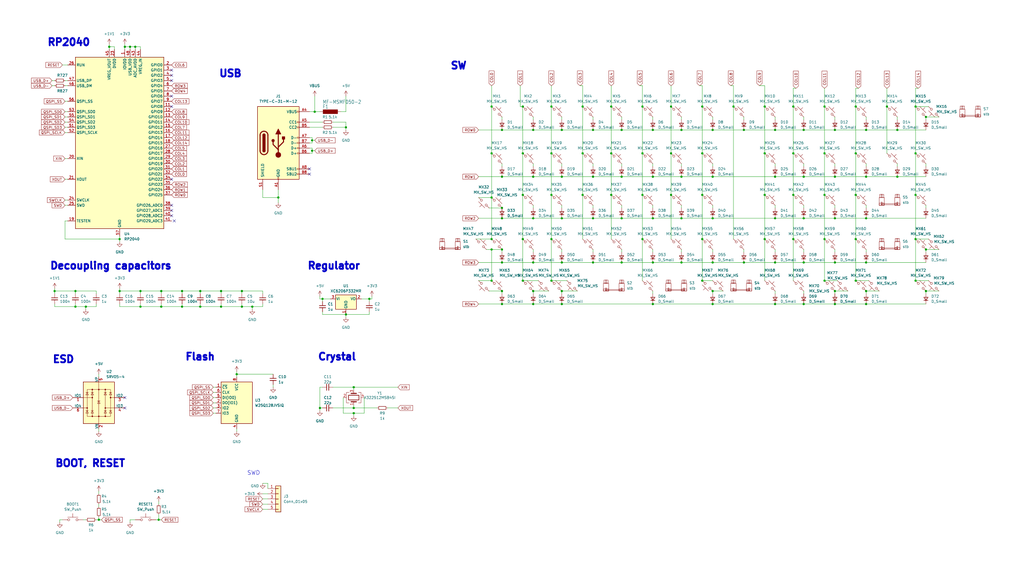
<source format=kicad_sch>
(kicad_sch (version 20230121) (generator eeschema)
  (paper "User" 499.999 280.01)
  (lib_symbols
    (symbol "Connector:USB_C_Receptacle_USB2.0" (pin_names (offset 1.016))
      (property "Reference" "J" (at -10.16 19.05 0))
      (property "Value" "USB_C_Receptacle_USB2.0" (at 19.05 19.05 0))
      (symbol "USB_C_Receptacle_USB2.0_1_1"
        (pin passive line (at 0 -22.86 90) (length 5.08) (name "GND") (number "A1"))
        (pin passive line (at 0 -22.86 90) (length 5.08) hide (name "GND") (number "A12"))
        (pin passive line (at 15.24 15.24 180) (length 5.08) (name "VBUS") (number "A4"))
        (pin bidirectional line (at 15.24 10.16 180) (length 5.08) (name "CC1") (number "A5"))
        (pin bidirectional line (at 15.24 -2.54 180) (length 5.08) (name "D+") (number "A6"))
        (pin bidirectional line (at 15.24 2.54 180) (length 5.08) (name "D-") (number "A7"))
        (pin bidirectional line (at 15.24 -12.7 180) (length 5.08) (name "SBU1") (number "A8"))
        (pin passive line (at 15.24 15.24 180) (length 5.08) hide (name "VBUS") (number "A9"))
        (pin passive line (at 0 -22.86 90) (length 5.08) hide (name "GND") (number "B1"))
        (pin passive line (at 0 -22.86 90) (length 5.08) hide (name "GND") (number "B12"))
        (pin passive line (at 15.24 15.24 180) (length 5.08) hide (name "VBUS") (number "B4"))
        (pin bidirectional line (at 15.24 7.62 180) (length 5.08) (name "CC2") (number "B5"))
        (pin bidirectional line (at 15.24 -5.08 180) (length 5.08) (name "D+") (number "B6"))
        (pin bidirectional line (at 15.24 0 180) (length 5.08) (name "D-") (number "B7"))
        (pin bidirectional line (at 15.24 -15.24 180) (length 5.08) (name "SBU2") (number "B8"))
        (pin passive line (at 15.24 15.24 180) (length 5.08) hide (name "VBUS") (number "B9"))
        (pin passive line (at -7.62 -22.86 90) (length 5.08) (name "SHIELD") (number "S1"))
      )
    )
    (symbol "Connector_Generic:Conn_01x05" (pin_names (offset 1.016) hide)
      (property "Reference" "J" (at 0 7.62 0))
      (property "Value" "Conn_01x05" (at 0 -7.62 0))
      (symbol "Conn_01x05_1_1"
        (pin passive line (at -5.08 5.08 0) (length 3.81) (name "Pin_1") (number "1"))
        (pin passive line (at -5.08 2.54 0) (length 3.81) (name "Pin_2") (number "2"))
        (pin passive line (at -5.08 0 0) (length 3.81) (name "Pin_3") (number "3"))
        (pin passive line (at -5.08 -2.54 0) (length 3.81) (name "Pin_4") (number "4"))
        (pin passive line (at -5.08 -5.08 0) (length 3.81) (name "Pin_5") (number "5"))
      )
    )
    (symbol "Device:C_Small" (pin_numbers hide) (pin_names (offset 0.254) hide)
      (property "Reference" "C" (at 0.254 1.778 0))
      (property "Value" "C_Small" (at 0.254 -2.032 0))
      (symbol "C_Small_1_1"
        (pin passive line (at 0 2.54 270) (length 2.032) (name "~") (number "1"))
        (pin passive line (at 0 -2.54 90) (length 2.032) (name "~") (number "2"))
      )
    )
    (symbol "Device:Crystal_GND24" (pin_names (offset 1.016) hide)
      (property "Reference" "Y" (at 3.175 5.08 0))
      (property "Value" "Crystal_GND24" (at 3.175 3.175 0))
      (symbol "Crystal_GND24_1_1"
        (pin passive line (at -3.81 0 0) (length 1.27) (name "1") (number "1"))
        (pin passive line (at 0 5.08 270) (length 1.27) (name "2") (number "2"))
        (pin passive line (at 3.81 0 180) (length 1.27) (name "3") (number "3"))
        (pin passive line (at 0 -5.08 90) (length 1.27) (name "4") (number "4"))
      )
    )
    (symbol "Device:D_Small" (pin_numbers hide) (pin_names (offset 0.254) hide)
      (property "Reference" "D" (at -1.27 2.032 0))
      (property "Value" "D_Small" (at -3.81 -2.032 0))
      (symbol "D_Small_1_1"
        (pin passive line (at -2.54 0 0) (length 1.778) (name "K") (number "1"))
        (pin passive line (at 2.54 0 180) (length 1.778) (name "A") (number "2"))
      )
    )
    (symbol "Device:R_Small" (pin_numbers hide) (pin_names (offset 0.254) hide)
      (property "Reference" "R" (at 0.762 0.508 0))
      (property "Value" "R_Small" (at 0.762 -1.016 0))
      (symbol "R_Small_1_1"
        (pin passive line (at 0 2.54 270) (length 0.762) (name "~") (number "1"))
        (pin passive line (at 0 -2.54 90) (length 0.762) (name "~") (number "2"))
      )
    )
    (symbol "Leonardo_Rev3e:L-EUL1812"
      (property "Reference" "L" (at -1.4986 -3.81 90))
      (property "Value" "L-EUL1812" (at 3.302 -3.81 90))
      (symbol "L-EUL1812_1_0"
        (pin passive line (at 0 5.08 270) (length 2.54) (name "1") (number "1"))
        (pin passive line (at 0 -5.08 90) (length 2.54) (name "2") (number "2"))
      )
    )
    (symbol "MCU_RaspberryPi:RP2040"
      (property "Reference" "U" (at 17.78 45.72 0))
      (property "Value" "RP2040" (at 17.78 43.18 0))
      (symbol "RP2040_1_1"
        (pin power_in line (at 2.54 45.72 270) (length 3.81) (name "IOVDD") (number "1"))
        (pin passive line (at 2.54 45.72 270) (length 3.81) hide (name "IOVDD") (number "10"))
        (pin bidirectional line (at 25.4 17.78 180) (length 3.81) (name "GPIO8") (number "11"))
        (pin bidirectional line (at 25.4 15.24 180) (length 3.81) (name "GPIO9") (number "12"))
        (pin bidirectional line (at 25.4 12.7 180) (length 3.81) (name "GPIO10") (number "13"))
        (pin bidirectional line (at 25.4 10.16 180) (length 3.81) (name "GPIO11") (number "14"))
        (pin bidirectional line (at 25.4 7.62 180) (length 3.81) (name "GPIO12") (number "15"))
        (pin bidirectional line (at 25.4 5.08 180) (length 3.81) (name "GPIO13") (number "16"))
        (pin bidirectional line (at 25.4 2.54 180) (length 3.81) (name "GPIO14") (number "17"))
        (pin bidirectional line (at 25.4 0 180) (length 3.81) (name "GPIO15") (number "18"))
        (pin input line (at -25.4 -38.1 0) (length 3.81) (name "TESTEN") (number "19"))
        (pin bidirectional line (at 25.4 38.1 180) (length 3.81) (name "GPIO0") (number "2"))
        (pin input line (at -25.4 -7.62 0) (length 3.81) (name "XIN") (number "20"))
        (pin passive line (at -25.4 -17.78 0) (length 3.81) (name "XOUT") (number "21"))
        (pin passive line (at 2.54 45.72 270) (length 3.81) hide (name "IOVDD") (number "22"))
        (pin power_in line (at -2.54 45.72 270) (length 3.81) (name "DVDD") (number "23"))
        (pin input line (at -25.4 -27.94 0) (length 3.81) (name "SWCLK") (number "24"))
        (pin bidirectional line (at -25.4 -30.48 0) (length 3.81) (name "SWD") (number "25"))
        (pin input line (at -25.4 38.1 0) (length 3.81) (name "RUN") (number "26"))
        (pin bidirectional line (at 25.4 -2.54 180) (length 3.81) (name "GPIO16") (number "27"))
        (pin bidirectional line (at 25.4 -5.08 180) (length 3.81) (name "GPIO17") (number "28"))
        (pin bidirectional line (at 25.4 -7.62 180) (length 3.81) (name "GPIO18") (number "29"))
        (pin bidirectional line (at 25.4 35.56 180) (length 3.81) (name "GPIO1") (number "3"))
        (pin bidirectional line (at 25.4 -10.16 180) (length 3.81) (name "GPIO19") (number "30"))
        (pin bidirectional line (at 25.4 -12.7 180) (length 3.81) (name "GPIO20") (number "31"))
        (pin bidirectional line (at 25.4 -15.24 180) (length 3.81) (name "GPIO21") (number "32"))
        (pin passive line (at 2.54 45.72 270) (length 3.81) hide (name "IOVDD") (number "33"))
        (pin bidirectional line (at 25.4 -17.78 180) (length 3.81) (name "GPIO22") (number "34"))
        (pin bidirectional line (at 25.4 -20.32 180) (length 3.81) (name "GPIO23") (number "35"))
        (pin bidirectional line (at 25.4 -22.86 180) (length 3.81) (name "GPIO24") (number "36"))
        (pin bidirectional line (at 25.4 -25.4 180) (length 3.81) (name "GPIO25") (number "37"))
        (pin bidirectional line (at 25.4 -30.48 180) (length 3.81) (name "GPIO26_ADC0") (number "38"))
        (pin bidirectional line (at 25.4 -33.02 180) (length 3.81) (name "GPIO27_ADC1") (number "39"))
        (pin bidirectional line (at 25.4 33.02 180) (length 3.81) (name "GPIO2") (number "4"))
        (pin bidirectional line (at 25.4 -35.56 180) (length 3.81) (name "GPIO28_ADC2") (number "40"))
        (pin bidirectional line (at 25.4 -38.1 180) (length 3.81) (name "GPIO29_ADC3") (number "41"))
        (pin passive line (at 2.54 45.72 270) (length 3.81) hide (name "IOVDD") (number "42"))
        (pin power_in line (at 7.62 45.72 270) (length 3.81) (name "ADC_AVDD") (number "43"))
        (pin power_in line (at 10.16 45.72 270) (length 3.81) (name "VREG_IN") (number "44"))
        (pin power_out line (at -5.08 45.72 270) (length 3.81) (name "VREG_VOUT") (number "45"))
        (pin bidirectional line (at -25.4 27.94 0) (length 3.81) (name "USB_DM") (number "46"))
        (pin bidirectional line (at -25.4 30.48 0) (length 3.81) (name "USB_DP") (number "47"))
        (pin power_in line (at 5.08 45.72 270) (length 3.81) (name "USB_VDD") (number "48"))
        (pin passive line (at 2.54 45.72 270) (length 3.81) hide (name "IOVDD") (number "49"))
        (pin bidirectional line (at 25.4 30.48 180) (length 3.81) (name "GPIO3") (number "5"))
        (pin passive line (at -2.54 45.72 270) (length 3.81) hide (name "DVDD") (number "50"))
        (pin bidirectional line (at -25.4 7.62 0) (length 3.81) (name "QSPI_SD3") (number "51"))
        (pin output line (at -25.4 5.08 0) (length 3.81) (name "QSPI_SCLK") (number "52"))
        (pin bidirectional line (at -25.4 15.24 0) (length 3.81) (name "QSPI_SD0") (number "53"))
        (pin bidirectional line (at -25.4 10.16 0) (length 3.81) (name "QSPI_SD2") (number "54"))
        (pin bidirectional line (at -25.4 12.7 0) (length 3.81) (name "QSPI_SD1") (number "55"))
        (pin bidirectional line (at -25.4 20.32 0) (length 3.81) (name "QSPI_SS") (number "56"))
        (pin power_in line (at 0 -45.72 90) (length 3.81) (name "GND") (number "57"))
        (pin bidirectional line (at 25.4 27.94 180) (length 3.81) (name "GPIO4") (number "6"))
        (pin bidirectional line (at 25.4 25.4 180) (length 3.81) (name "GPIO5") (number "7"))
        (pin bidirectional line (at 25.4 22.86 180) (length 3.81) (name "GPIO6") (number "8"))
        (pin bidirectional line (at 25.4 20.32 180) (length 3.81) (name "GPIO7") (number "9"))
      )
    )
    (symbol "Memory_Flash:W25Q128JVS"
      (property "Reference" "U" (at -8.89 8.89 0))
      (property "Value" "W25Q128JVS" (at 7.62 8.89 0))
      (symbol "W25Q128JVS_1_1"
        (pin input line (at -10.16 7.62 0) (length 2.54) (name "~{CS}") (number "1"))
        (pin bidirectional line (at -10.16 0 0) (length 2.54) (name "DO(IO1)") (number "2"))
        (pin bidirectional line (at -10.16 -2.54 0) (length 2.54) (name "IO2") (number "3"))
        (pin power_in line (at 0 -12.7 90) (length 2.54) (name "GND") (number "4"))
        (pin bidirectional line (at -10.16 2.54 0) (length 2.54) (name "DI(IO0)") (number "5"))
        (pin input line (at -10.16 5.08 0) (length 2.54) (name "CLK") (number "6"))
        (pin bidirectional line (at -10.16 -5.08 0) (length 2.54) (name "IO3") (number "7"))
        (pin power_in line (at 0 12.7 270) (length 2.54) (name "VCC") (number "8"))
      )
    )
    (symbol "PCM_marbastlib-mx:MX_SW_HS" (pin_numbers hide) (pin_names (offset 1.016) hide)
      (property "Reference" "MX" (at 3.048 1.016 0))
      (property "Value" "MX_SW_HS" (at 0 -3.81 0))
      (symbol "MX_SW_HS_0_1"
        (pin passive line (at -2.54 2.54 0) (length 0) (name "1") (number "1"))
        (pin passive line (at 2.54 -2.54 180) (length 0) (name "2") (number "2"))
      )
    )
    (symbol "PCM_marbastlib-mx:MX_stab" (pin_names (offset 1.016))
      (property "Reference" "S" (at -5.08 6.35 0))
      (property "Value" "MX_stab" (at -5.08 3.81 0))
    )
    (symbol "PCM_marbastlib-various:SRV05-4" (pin_names (offset 0))
      (property "Reference" "U" (at -5.08 11.43 0))
      (property "Value" "SRV05-4" (at 2.54 11.43 0))
      (symbol "SRV05-4_1_1"
        (pin passive line (at -12.7 2.54 0) (length 5.08) (name "IO1") (number "1"))
        (pin passive line (at 0 -12.7 90) (length 2.54) (name "VN") (number "2"))
        (pin passive line (at 12.7 2.54 180) (length 5.08) (name "IO2") (number "3"))
        (pin passive line (at 12.7 -2.54 180) (length 5.08) (name "IO3") (number "4"))
        (pin passive line (at 0 12.7 270) (length 2.54) (name "VP") (number "5"))
        (pin passive line (at -12.7 -2.54 0) (length 5.08) (name "IO4") (number "6"))
      )
    )
    (symbol "Regulator_Linear:XC6206PxxxMR" (pin_names (offset 0.254))
      (property "Reference" "U" (at -3.81 3.175 0))
      (property "Value" "XC6206PxxxMR" (at 0 3.175 0))
      (symbol "XC6206PxxxMR_1_1"
        (pin power_in line (at 0 -7.62 90) (length 2.54) (name "GND") (number "1"))
        (pin power_out line (at 7.62 0 180) (length 2.54) (name "VO") (number "2"))
        (pin power_in line (at -7.62 0 0) (length 2.54) (name "VI") (number "3"))
      )
    )
    (symbol "Switch:SW_Push" (pin_numbers hide) (pin_names (offset 1.016) hide)
      (property "Reference" "SW" (at 1.27 2.54 0))
      (property "Value" "SW_Push" (at 0 -1.524 0))
      (symbol "SW_Push_0_1"
        (pin passive line (at -5.08 0 0) (length 2.54) (name "1") (number "1"))
        (pin passive line (at 5.08 0 180) (length 2.54) (name "2") (number "2"))
      )
    )
    (symbol "power:+1V1" (power) (pin_names (offset 0))
      (property "Value" "+1V1" (at 0 3.556 0))
      (symbol "+1V1_1_1"
        (pin power_in line (at 0 0 90) (length 0) hide (name "+1V1") (number "1"))
      )
    )
    (symbol "power:+3V3" (power) (pin_names (offset 0))
      (property "Value" "+3V3" (at 0 3.556 0))
      (symbol "+3V3_1_1"
        (pin power_in line (at 0 0 90) (length 0) hide (name "+3V3") (number "1"))
      )
    )
    (symbol "power:+5V" (power) (pin_names (offset 0))
      (property "Value" "+5V" (at 0 3.556 0))
      (symbol "+5V_1_1"
        (pin power_in line (at 0 0 90) (length 0) hide (name "+5V") (number "1"))
      )
    )
    (symbol "power:GND" (power) (pin_names (offset 0))
      (property "Value" "GND" (at 0 -3.81 0))
      (symbol "GND_1_1"
        (pin power_in line (at 0 0 270) (length 0) hide (name "GND") (number "1"))
      )
    )
    (symbol "power:VBUS" (power) (pin_names (offset 0))
      (property "Value" "VBUS" (at 0 3.81 0))
      (symbol "VBUS_1_1"
        (pin power_in line (at 0 0 90) (length 0) hide (name "VBUS") (number "1"))
      )
    )
  )
  (junction (at 78.74 142.24))
  (junction (at 417.83 137.16))
  (junction (at 245.11 63.5))
  (junction (at 318.77 63.5))
  (junction (at 97.79 149.86))
  (junction (at 332.74 63.5))
  (junction (at 347.98 142.24))
  (junction (at 245.11 128.27))
  (junction (at 417.83 95.25))
  (junction (at 318.77 86.36))
  (junction (at 363.22 63.5))
  (junction (at 387.35 52.07))
  (junction (at 269.24 116.84))
  (junction (at 58.42 116.84))
  (junction (at 447.04 137.16))
  (junction (at 172.72 189.23))
  (junction (at 135.89 96.52))
  (junction (at 407.67 142.24))
  (junction (at 422.91 128.27))
  (junction (at 392.43 86.36))
  (junction (at 107.95 142.24))
  (junction (at 402.59 137.16))
  (junction (at 260.35 63.5))
  (junction (at 392.43 63.5))
  (junction (at 172.72 199.39))
  (junction (at 68.58 149.86))
  (junction (at 402.59 74.93))
  (junction (at 269.24 137.16))
  (junction (at 260.35 148.59))
  (junction (at 255.27 116.84))
  (junction (at 452.12 57.15))
  (junction (at 118.11 149.86))
  (junction (at 452.12 121.92))
  (junction (at 402.59 116.84))
  (junction (at 107.95 149.86))
  (junction (at 269.24 52.07))
  (junction (at 422.91 86.36))
  (junction (at 402.59 52.07))
  (junction (at 407.67 86.36))
  (junction (at 347.98 148.59))
  (junction (at 284.48 52.07))
  (junction (at 53.34 22.86))
  (junction (at 318.77 128.27))
  (junction (at 36.83 149.86))
  (junction (at 260.35 86.36))
  (junction (at 347.98 63.5))
  (junction (at 332.74 106.68))
  (junction (at 373.38 95.25))
  (junction (at 407.67 106.68))
  (junction (at 289.56 128.27))
  (junction (at 156.21 199.39))
  (junction (at 240.03 52.07))
  (junction (at 180.34 146.05))
  (junction (at 387.35 74.93))
  (junction (at 284.48 74.93))
  (junction (at 422.91 106.68))
  (junction (at 172.72 201.93))
  (junction (at 269.24 74.93))
  (junction (at 284.48 95.25))
  (junction (at 387.35 95.25))
  (junction (at 269.24 95.25))
  (junction (at 152.4 73.66))
  (junction (at 60.96 22.86))
  (junction (at 240.03 137.16))
  (junction (at 48.26 254))
  (junction (at 26.67 142.24))
  (junction (at 289.56 86.36))
  (junction (at 378.46 86.36))
  (junction (at 97.79 142.24))
  (junction (at 240.03 74.93))
  (junction (at 347.98 106.68))
  (junction (at 303.53 63.5))
  (junction (at 63.5 22.86))
  (junction (at 303.53 128.27))
  (junction (at 392.43 106.68))
  (junction (at 327.66 74.93))
  (junction (at 157.48 146.05))
  (junction (at 407.67 128.27))
  (junction (at 245.11 106.68))
  (junction (at 327.66 52.07))
  (junction (at 342.9 95.25))
  (junction (at 313.69 52.07))
  (junction (at 168.91 153.67))
  (junction (at 245.11 101.6))
  (junction (at 168.91 62.23))
  (junction (at 303.53 86.36))
  (junction (at 260.35 106.68))
  (junction (at 298.45 74.93))
  (junction (at 447.04 52.07))
  (junction (at 318.77 148.59))
  (junction (at 378.46 106.68))
  (junction (at 447.04 95.25))
  (junction (at 255.27 52.07))
  (junction (at 313.69 116.84))
  (junction (at 332.74 128.27))
  (junction (at 260.35 142.24))
  (junction (at 342.9 137.16))
  (junction (at 452.12 142.24))
  (junction (at 407.67 63.5))
  (junction (at 378.46 148.59))
  (junction (at 373.38 74.93))
  (junction (at 378.46 128.27))
  (junction (at 327.66 95.25))
  (junction (at 152.4 68.58))
  (junction (at 298.45 52.07))
  (junction (at 402.59 95.25))
  (junction (at 358.14 52.07))
  (junction (at 422.91 63.5))
  (junction (at 255.27 137.16))
  (junction (at 153.67 54.61))
  (junction (at 58.42 142.24))
  (junction (at 274.32 142.24))
  (junction (at 289.56 63.5))
  (junction (at 240.03 121.92))
  (junction (at 245.11 121.92))
  (junction (at 115.57 182.88))
  (junction (at 417.83 52.07))
  (junction (at 240.03 96.52))
  (junction (at 298.45 95.25))
  (junction (at 342.9 116.84))
  (junction (at 392.43 128.27))
  (junction (at 274.32 106.68))
  (junction (at 347.98 128.27))
  (junction (at 447.04 74.93))
  (junction (at 303.53 106.68))
  (junction (at 66.04 22.86))
  (junction (at 438.15 86.36))
  (junction (at 274.32 128.27))
  (junction (at 387.35 116.84))
  (junction (at 274.32 63.5))
  (junction (at 373.38 116.84))
  (junction (at 118.11 142.24))
  (junction (at 255.27 74.93))
  (junction (at 245.11 148.59))
  (junction (at 274.32 86.36))
  (junction (at 77.47 254))
  (junction (at 289.56 106.68))
  (junction (at 260.35 128.27))
  (junction (at 88.9 142.24))
  (junction (at 373.38 52.07))
  (junction (at 78.74 149.86))
  (junction (at 422.91 148.59))
  (junction (at 36.83 142.24))
  (junction (at 245.11 142.24))
  (junction (at 433.07 52.07))
  (junction (at 378.46 63.5))
  (junction (at 392.43 148.59))
  (junction (at 342.9 52.07))
  (junction (at 447.04 116.84))
  (junction (at 342.9 74.93))
  (junction (at 245.11 86.36))
  (junction (at 123.19 149.86))
  (junction (at 422.91 142.24))
  (junction (at 332.74 86.36))
  (junction (at 417.83 116.84))
  (junction (at 438.15 63.5))
  (junction (at 41.91 149.86))
  (junction (at 240.03 116.84))
  (junction (at 313.69 74.93))
  (junction (at 347.98 86.36))
  (junction (at 363.22 128.27))
  (junction (at 255.27 95.25))
  (junction (at 88.9 149.86))
  (junction (at 407.67 148.59))
  (junction (at 313.69 95.25))
  (junction (at 68.58 142.24))
  (junction (at 318.77 106.68))
  (junction (at 274.32 148.59))
  (junction (at 417.83 74.93))
  (no_connect (at 83.82 52.07))
  (no_connect (at 60.96 194.31))
  (no_connect (at 83.82 34.29))
  (no_connect (at 60.96 199.39))
  (no_connect (at 83.82 100.33))
  (no_connect (at 83.82 46.99))
  (no_connect (at 151.13 82.55))
  (no_connect (at 85.09 107.95))
  (no_connect (at 83.82 39.37))
  (no_connect (at 83.82 87.63))
  (no_connect (at 83.82 102.87))
  (no_connect (at 83.82 36.83))
  (no_connect (at 83.82 105.41))
  (no_connect (at 151.13 85.09))
  (wire (pts (xy 387.35 95.25) (xy 387.35 116.84)))
  (wire (pts (xy 407.67 86.36) (xy 422.91 86.36)))
  (wire (pts (xy 176.53 146.05) (xy 180.34 146.05)))
  (wire (pts (xy 240.03 121.92) (xy 245.11 121.92)))
  (wire (pts (xy 245.11 86.36) (xy 260.35 86.36)))
  (wire (pts (xy 128.27 236.22) (xy 130.81 236.22)))
  (wire (pts (xy 289.56 86.36) (xy 303.53 86.36)))
  (wire (pts (xy 452.12 57.15) (xy 458.47 57.15)))
  (wire (pts (xy 358.14 52.07) (xy 358.14 116.84)))
  (wire (pts (xy 180.34 152.4) (xy 180.34 153.67)))
  (wire (pts (xy 438.15 57.15) (xy 438.15 58.42)))
  (wire (pts (xy 347.98 100.33) (xy 347.98 101.6)))
  (wire (pts (xy 284.48 52.07) (xy 284.48 74.93)))
  (wire (pts (xy 66.04 24.13) (xy 66.04 22.86)))
  (wire (pts (xy 66.04 22.86) (xy 63.5 22.86)))
  (wire (pts (xy 240.03 121.92) (xy 240.03 137.16)))
  (wire (pts (xy 407.67 142.24) (xy 414.02 142.24)))
  (wire (pts (xy 417.83 52.07) (xy 417.83 43.18)))
  (wire (pts (xy 189.23 199.39) (xy 194.31 199.39)))
  (wire (pts (xy 433.07 52.07) (xy 433.07 74.93)))
  (wire (pts (xy 156.21 199.39) (xy 156.21 200.66)))
  (wire (pts (xy 46.99 143.51) (xy 46.99 142.24)))
  (wire (pts (xy 26.67 149.86) (xy 36.83 149.86)))
  (wire (pts (xy 33.02 107.95) (xy 31.75 107.95)))
  (wire (pts (xy 63.5 22.86) (xy 63.5 24.13)))
  (wire (pts (xy 269.24 52.07) (xy 269.24 74.93)))
  (wire (pts (xy 318.77 63.5) (xy 332.74 63.5)))
  (wire (pts (xy 402.59 52.07) (xy 402.59 74.93)))
  (wire (pts (xy 347.98 63.5) (xy 363.22 63.5)))
  (wire (pts (xy 36.83 142.24) (xy 36.83 143.51)))
  (wire (pts (xy 77.47 251.46) (xy 77.47 254)))
  (wire (pts (xy 180.34 146.05) (xy 180.34 147.32)))
  (wire (pts (xy 438.15 63.5) (xy 452.12 63.5)))
  (wire (pts (xy 77.47 254) (xy 76.2 254)))
  (wire (pts (xy 318.77 57.15) (xy 318.77 58.42)))
  (wire (pts (xy 392.43 128.27) (xy 407.67 128.27)))
  (wire (pts (xy 417.83 74.93) (xy 417.83 95.25)))
  (wire (pts (xy 255.27 95.25) (xy 255.27 116.84)))
  (wire (pts (xy 269.24 41.91) (xy 269.24 52.07)))
  (wire (pts (xy 274.32 57.15) (xy 274.32 58.42)))
  (wire (pts (xy 358.14 52.07) (xy 358.14 41.91)))
  (wire (pts (xy 128.27 142.24) (xy 128.27 143.51)))
  (wire (pts (xy 29.21 254) (xy 29.21 255.27)))
  (wire (pts (xy 447.04 74.93) (xy 447.04 95.25)))
  (wire (pts (xy 313.69 74.93) (xy 313.69 95.25)))
  (wire (pts (xy 157.48 146.05) (xy 157.48 147.32)))
  (wire (pts (xy 373.38 74.93) (xy 373.38 95.25)))
  (wire (pts (xy 31.75 41.91) (xy 33.02 41.91)))
  (wire (pts (xy 172.72 189.23) (xy 194.31 189.23)))
  (wire (pts (xy 157.48 152.4) (xy 157.48 153.67)))
  (wire (pts (xy 245.11 142.24) (xy 245.11 143.51)))
  (wire (pts (xy 342.9 95.25) (xy 342.9 116.84)))
  (wire (pts (xy 162.56 199.39) (xy 172.72 199.39)))
  (wire (pts (xy 167.64 194.31) (xy 167.64 201.93)))
  (wire (pts (xy 298.45 41.91) (xy 298.45 52.07)))
  (wire (pts (xy 104.14 194.31) (xy 105.41 194.31)))
  (wire (pts (xy 422.91 57.15) (xy 422.91 58.42)))
  (wire (pts (xy 78.74 149.86) (xy 88.9 149.86)))
  (wire (pts (xy 284.48 41.91) (xy 283.21 41.91)))
  (wire (pts (xy 172.72 203.2) (xy 172.72 201.93)))
  (wire (pts (xy 238.76 142.24) (xy 245.11 142.24)))
  (wire (pts (xy 26.67 148.59) (xy 26.67 149.86)))
  (wire (pts (xy 342.9 74.93) (xy 342.9 95.25)))
  (wire (pts (xy 407.67 80.01) (xy 407.67 81.28)))
  (wire (pts (xy 48.26 240.03) (xy 48.26 241.3)))
  (wire (pts (xy 172.72 199.39) (xy 184.15 199.39)))
  (wire (pts (xy 303.53 106.68) (xy 318.77 106.68)))
  (wire (pts (xy 157.48 146.05) (xy 161.29 146.05)))
  (wire (pts (xy 88.9 142.24) (xy 97.79 142.24)))
  (wire (pts (xy 48.26 209.55) (xy 48.26 210.82)))
  (wire (pts (xy 284.48 95.25) (xy 284.48 116.84)))
  (wire (pts (xy 276.86 137.16) (xy 269.24 137.16)))
  (wire (pts (xy 233.68 148.59) (xy 245.11 148.59)))
  (wire (pts (xy 392.43 106.68) (xy 407.67 106.68)))
  (wire (pts (xy 347.98 86.36) (xy 378.46 86.36)))
  (wire (pts (xy 31.75 62.23) (xy 33.02 62.23)))
  (wire (pts (xy 347.98 80.01) (xy 347.98 81.28)))
  (wire (pts (xy 260.35 142.24) (xy 267.97 142.24)))
  (wire (pts (xy 254 52.07) (xy 255.27 52.07)))
  (wire (pts (xy 68.58 142.24) (xy 68.58 143.51)))
  (wire (pts (xy 36.83 142.24) (xy 46.99 142.24)))
  (wire (pts (xy 53.34 21.59) (xy 53.34 22.86)))
  (wire (pts (xy 332.74 121.92) (xy 332.74 123.19)))
  (wire (pts (xy 31.75 49.53) (xy 33.02 49.53)))
  (wire (pts (xy 392.43 63.5) (xy 407.67 63.5)))
  (wire (pts (xy 245.11 121.92) (xy 245.11 123.19)))
  (wire (pts (xy 25.4 39.37) (xy 26.67 39.37)))
  (wire (pts (xy 55.88 22.86) (xy 55.88 24.13)))
  (wire (pts (xy 46.99 148.59) (xy 46.99 149.86)))
  (wire (pts (xy 260.35 121.92) (xy 260.35 123.19)))
  (wire (pts (xy 318.77 106.68) (xy 332.74 106.68)))
  (wire (pts (xy 128.27 149.86) (xy 128.27 148.59)))
  (wire (pts (xy 303.53 121.92) (xy 303.53 123.19)))
  (wire (pts (xy 53.34 22.86) (xy 55.88 22.86)))
  (wire (pts (xy 274.32 63.5) (xy 289.56 63.5)))
  (wire (pts (xy 298.45 74.93) (xy 298.45 95.25)))
  (wire (pts (xy 31.75 100.33) (xy 33.02 100.33)))
  (wire (pts (xy 332.74 100.33) (xy 332.74 101.6)))
  (wire (pts (xy 68.58 149.86) (xy 78.74 149.86)))
  (wire (pts (xy 115.57 181.61) (xy 115.57 182.88)))
  (wire (pts (xy 156.21 146.05) (xy 156.21 144.78)))
  (wire (pts (xy 181.61 146.05) (xy 181.61 144.78)))
  (wire (pts (xy 151.13 69.85) (xy 152.4 69.85)))
  (wire (pts (xy 152.4 73.66) (xy 153.67 73.66)))
  (wire (pts (xy 104.14 201.93) (xy 105.41 201.93)))
  (wire (pts (xy 78.74 148.59) (xy 78.74 149.86)))
  (wire (pts (xy 274.32 86.36) (xy 289.56 86.36)))
  (wire (pts (xy 162.56 62.23) (xy 168.91 62.23)))
  (wire (pts (xy 342.9 41.91) (xy 341.63 41.91)))
  (wire (pts (xy 327.66 41.91) (xy 327.66 52.07)))
  (wire (pts (xy 255.27 74.93) (xy 255.27 95.25)))
  (wire (pts (xy 318.77 128.27) (xy 332.74 128.27)))
  (wire (pts (xy 240.03 52.07) (xy 240.03 74.93)))
  (wire (pts (xy 167.64 201.93) (xy 172.72 201.93)))
  (wire (pts (xy 107.95 149.86) (xy 118.11 149.86)))
  (wire (pts (xy 392.43 57.15) (xy 392.43 58.42)))
  (wire (pts (xy 392.43 86.36) (xy 407.67 86.36)))
  (wire (pts (xy 378.46 80.01) (xy 378.46 81.28)))
  (wire (pts (xy 260.35 106.68) (xy 274.32 106.68)))
  (wire (pts (xy 447.04 52.07) (xy 447.04 74.93)))
  (wire (pts (xy 31.75 57.15) (xy 33.02 57.15)))
  (wire (pts (xy 60.96 22.86) (xy 63.5 22.86)))
  (wire (pts (xy 233.68 106.68) (xy 245.11 106.68)))
  (wire (pts (xy 152.4 72.39) (xy 151.13 72.39)))
  (wire (pts (xy 407.67 121.92) (xy 407.67 123.19)))
  (wire (pts (xy 447.04 43.18) (xy 448.31 43.18)))
  (wire (pts (xy 135.89 92.71) (xy 135.89 96.52)))
  (wire (pts (xy 66.04 22.86) (xy 68.58 22.86)))
  (wire (pts (xy 318.77 80.01) (xy 318.77 81.28)))
  (wire (pts (xy 41.91 151.13) (xy 41.91 149.86)))
  (wire (pts (xy 363.22 57.15) (xy 363.22 58.42)))
  (wire (pts (xy 240.03 41.91) (xy 240.03 52.07)))
  (wire (pts (xy 392.43 142.24) (xy 392.43 143.51)))
  (wire (pts (xy 151.13 59.69) (xy 157.48 59.69)))
  (wire (pts (xy 240.03 74.93) (xy 240.03 96.52)))
  (wire (pts (xy 363.22 128.27) (xy 378.46 128.27)))
  (wire (pts (xy 238.76 101.6) (xy 245.11 101.6)))
  (wire (pts (xy 387.35 74.93) (xy 387.35 95.25)))
  (wire (pts (xy 58.42 118.11) (xy 58.42 116.84)))
  (wire (pts (xy 104.14 191.77) (xy 105.41 191.77)))
  (wire (pts (xy 135.89 96.52) (xy 135.89 99.06)))
  (wire (pts (xy 318.77 121.92) (xy 318.77 123.19)))
  (wire (pts (xy 347.98 128.27) (xy 363.22 128.27)))
  (wire (pts (xy 269.24 74.93) (xy 269.24 95.25)))
  (wire (pts (xy 407.67 148.59) (xy 422.91 148.59)))
  (wire (pts (xy 378.46 106.68) (xy 392.43 106.68)))
  (wire (pts (xy 88.9 143.51) (xy 88.9 142.24)))
  (wire (pts (xy 274.32 142.24) (xy 274.32 143.51)))
  (wire (pts (xy 115.57 182.88) (xy 115.57 184.15)))
  (wire (pts (xy 31.75 107.95) (xy 31.75 116.84)))
  (wire (pts (xy 407.67 128.27) (xy 422.91 128.27)))
  (wire (pts (xy 172.72 198.12) (xy 172.72 199.39)))
  (wire (pts (xy 88.9 149.86) (xy 97.79 149.86)))
  (wire (pts (xy 58.42 148.59) (xy 58.42 149.86)))
  (wire (pts (xy 152.4 68.58) (xy 152.4 67.31)))
  (wire (pts (xy 245.11 128.27) (xy 260.35 128.27)))
  (wire (pts (xy 153.67 46.99) (xy 153.67 54.61)))
  (wire (pts (xy 327.66 52.07) (xy 327.66 74.93)))
  (wire (pts (xy 255.27 52.07) (xy 255.27 74.93)))
  (wire (pts (xy 240.03 137.16) (xy 233.68 137.16)))
  (wire (pts (xy 60.96 24.13) (xy 60.96 22.86)))
  (wire (pts (xy 327.66 74.93) (xy 327.66 95.25)))
  (wire (pts (xy 237.49 121.92) (xy 240.03 121.92)))
  (wire (pts (xy 407.67 106.68) (xy 422.91 106.68)))
  (wire (pts (xy 168.91 153.67) (xy 180.34 153.67)))
  (wire (pts (xy 152.4 69.85) (xy 152.4 68.58)))
  (wire (pts (xy 402.59 116.84) (xy 402.59 137.16)))
  (wire (pts (xy 438.15 80.01) (xy 438.15 81.28)))
  (wire (pts (xy 378.46 121.92) (xy 378.46 123.19)))
  (wire (pts (xy 78.74 254) (xy 77.47 254)))
  (wire (pts (xy 392.43 148.59) (xy 407.67 148.59)))
  (wire (pts (xy 274.32 100.33) (xy 274.32 101.6)))
  (wire (pts (xy 260.35 63.5) (xy 274.32 63.5)))
  (wire (pts (xy 303.53 100.33) (xy 303.53 101.6)))
  (wire (pts (xy 387.35 116.84) (xy 387.35 137.16)))
  (wire (pts (xy 168.91 63.5) (xy 168.91 62.23)))
  (wire (pts (xy 378.46 57.15) (xy 378.46 58.42)))
  (wire (pts (xy 373.38 116.84) (xy 373.38 137.16)))
  (wire (pts (xy 289.56 57.15) (xy 289.56 58.42)))
  (wire (pts (xy 245.11 106.68) (xy 260.35 106.68)))
  (wire (pts (xy 78.74 143.51) (xy 78.74 142.24)))
  (wire (pts (xy 289.56 128.27) (xy 303.53 128.27)))
  (wire (pts (xy 115.57 209.55) (xy 115.57 210.82)))
  (wire (pts (xy 422.91 142.24) (xy 429.26 142.24)))
  (wire (pts (xy 284.48 52.07) (xy 284.48 41.91)))
  (wire (pts (xy 274.32 142.24) (xy 281.94 142.24)))
  (wire (pts (xy 128.27 96.52) (xy 135.89 96.52)))
  (wire (pts (xy 269.24 95.25) (xy 269.24 116.84)))
  (wire (pts (xy 133.35 187.96) (xy 133.35 189.23)))
  (wire (pts (xy 77.47 245.11) (xy 77.47 246.38)))
  (wire (pts (xy 378.46 128.27) (xy 392.43 128.27)))
  (wire (pts (xy 327.66 95.25) (xy 327.66 116.84)))
  (wire (pts (xy 289.56 63.5) (xy 303.53 63.5)))
  (wire (pts (xy 104.14 199.39) (xy 105.41 199.39)))
  (wire (pts (xy 422.91 148.59) (xy 452.12 148.59)))
  (wire (pts (xy 260.35 100.33) (xy 260.35 101.6)))
  (wire (pts (xy 363.22 63.5) (xy 378.46 63.5)))
  (wire (pts (xy 53.34 24.13) (xy 53.34 22.86)))
  (wire (pts (xy 422.91 121.92) (xy 422.91 123.19)))
  (wire (pts (xy 313.69 52.07) (xy 313.69 74.93)))
  (wire (pts (xy 332.74 106.68) (xy 347.98 106.68)))
  (wire (pts (xy 303.53 86.36) (xy 318.77 86.36)))
  (wire (pts (xy 342.9 52.07) (xy 342.9 74.93)))
  (wire (pts (xy 58.42 140.97) (xy 58.42 142.24)))
  (wire (pts (xy 452.12 100.33) (xy 452.12 101.6)))
  (wire (pts (xy 168.91 54.61) (xy 168.91 46.99)))
  (wire (pts (xy 30.48 254) (xy 29.21 254)))
  (wire (pts (xy 313.69 41.91) (xy 312.42 41.91)))
  (wire (pts (xy 41.91 149.86) (xy 46.99 149.86)))
  (wire (pts (xy 289.56 121.92) (xy 289.56 123.19)))
  (wire (pts (xy 417.83 43.18) (xy 419.1 43.18)))
  (wire (pts (xy 387.35 43.18) (xy 388.62 43.18)))
  (wire (pts (xy 332.74 80.01) (xy 332.74 81.28)))
  (wire (pts (xy 30.48 31.75) (xy 33.02 31.75)))
  (wire (pts (xy 88.9 148.59) (xy 88.9 149.86)))
  (wire (pts (xy 303.53 80.01) (xy 303.53 81.28)))
  (wire (pts (xy 332.74 63.5) (xy 347.98 63.5)))
  (wire (pts (xy 392.43 121.92) (xy 392.43 123.19)))
  (wire (pts (xy 97.79 148.59) (xy 97.79 149.86)))
  (wire (pts (xy 48.26 252.73) (xy 48.26 254)))
  (wire (pts (xy 156.21 199.39) (xy 157.48 199.39)))
  (wire (pts (xy 298.45 95.25) (xy 298.45 116.84)))
  (wire (pts (xy 452.12 57.15) (xy 452.12 58.42)))
  (wire (pts (xy 168.91 154.94) (xy 168.91 153.67)))
  (wire (pts (xy 452.12 80.01) (xy 452.12 81.28)))
  (wire (pts (xy 447.04 52.07) (xy 447.04 43.18)))
  (wire (pts (xy 422.91 80.01) (xy 422.91 81.28)))
  (wire (pts (xy 63.5 254) (xy 63.5 255.27)))
  (wire (pts (xy 118.11 149.86) (xy 123.19 149.86)))
  (wire (pts (xy 378.46 148.59) (xy 392.43 148.59)))
  (wire (pts (xy 48.26 254) (xy 49.53 254)))
  (wire (pts (xy 347.98 142.24) (xy 353.06 142.24)))
  (wire (pts (xy 407.67 57.15) (xy 407.67 58.42)))
  (wire (pts (xy 26.67 143.51) (xy 26.67 142.24)))
  (wire (pts (xy 68.58 142.24) (xy 78.74 142.24)))
  (wire (pts (xy 289.56 106.68) (xy 303.53 106.68)))
  (wire (pts (xy 438.15 86.36) (xy 452.12 86.36)))
  (wire (pts (xy 157.48 153.67) (xy 168.91 153.67)))
  (wire (pts (xy 402.59 74.93) (xy 402.59 95.25)))
  (wire (pts (xy 318.77 86.36) (xy 332.74 86.36)))
  (wire (pts (xy 31.75 54.61) (xy 33.02 54.61)))
  (wire (pts (xy 40.64 254) (xy 41.91 254)))
  (wire (pts (xy 452.12 142.24) (xy 458.47 142.24)))
  (wire (pts (xy 60.96 21.59) (xy 60.96 22.86)))
  (wire (pts (xy 378.46 86.36) (xy 392.43 86.36)))
  (wire (pts (xy 245.11 63.5) (xy 260.35 63.5)))
  (wire (pts (xy 123.19 151.13) (xy 123.19 149.86)))
  (wire (pts (xy 107.95 143.51) (xy 107.95 142.24)))
  (wire (pts (xy 313.69 116.84) (xy 313.69 137.16)))
  (wire (pts (xy 177.8 194.31) (xy 177.8 201.93)))
  (wire (pts (xy 274.32 128.27) (xy 289.56 128.27)))
  (wire (pts (xy 26.67 140.97) (xy 26.67 142.24)))
  (wire (pts (xy 407.67 142.24) (xy 407.67 143.51)))
  (wire (pts (xy 31.75 59.69) (xy 33.02 59.69)))
  (wire (pts (xy 318.77 142.24) (xy 318.77 143.51)))
  (wire (pts (xy 232.41 116.84) (xy 240.03 116.84)))
  (wire (pts (xy 58.42 116.84) (xy 58.42 115.57)))
  (wire (pts (xy 378.46 101.6) (xy 378.46 100.33)))
  (wire (pts (xy 407.67 63.5) (xy 422.91 63.5)))
  (wire (pts (xy 347.98 143.51) (xy 347.98 142.24)))
  (wire (pts (xy 128.27 248.92) (xy 130.81 248.92)))
  (wire (pts (xy 303.53 128.27) (xy 318.77 128.27)))
  (wire (pts (xy 233.68 63.5) (xy 245.11 63.5)))
  (wire (pts (xy 417.83 116.84) (xy 417.83 137.16)))
  (wire (pts (xy 260.35 128.27) (xy 274.32 128.27)))
  (wire (pts (xy 318.77 148.59) (xy 347.98 148.59)))
  (wire (pts (xy 107.95 148.59) (xy 107.95 149.86)))
  (wire (pts (xy 36.83 148.59) (xy 36.83 149.86)))
  (wire (pts (xy 97.79 142.24) (xy 107.95 142.24)))
  (wire (pts (xy 318.77 100.33) (xy 318.77 101.6)))
  (wire (pts (xy 347.98 57.15) (xy 347.98 58.42)))
  (wire (pts (xy 387.35 52.07) (xy 387.35 74.93)))
  (wire (pts (xy 233.68 86.36) (xy 245.11 86.36)))
  (wire (pts (xy 447.04 116.84) (xy 453.39 116.84)))
  (wire (pts (xy 422.91 142.24) (xy 422.91 143.51)))
  (wire (pts (xy 358.14 41.91) (xy 356.87 41.91)))
  (wire (pts (xy 58.42 142.24) (xy 68.58 142.24)))
  (wire (pts (xy 260.35 142.24) (xy 260.35 143.51)))
  (wire (pts (xy 104.14 189.23) (xy 105.41 189.23)))
  (wire (pts (xy 180.34 146.05) (xy 181.61 146.05)))
  (wire (pts (xy 68.58 24.13) (xy 68.58 22.86)))
  (wire (pts (xy 177.8 201.93) (xy 172.72 201.93)))
  (wire (pts (xy 260.35 86.36) (xy 274.32 86.36)))
  (wire (pts (xy 298.45 52.07) (xy 298.45 74.93)))
  (wire (pts (xy 274.32 106.68) (xy 289.56 106.68)))
  (wire (pts (xy 240.03 96.52) (xy 240.03 116.84)))
  (wire (pts (xy 373.38 41.91) (xy 370.84 41.91)))
  (wire (pts (xy 447.04 52.07) (xy 453.39 52.07)))
  (wire (pts (xy 269.24 116.84) (xy 269.24 137.16)))
  (wire (pts (xy 255.27 116.84) (xy 255.27 137.16)))
  (wire (pts (xy 303.53 57.15) (xy 303.53 58.42)))
  (wire (pts (xy 433.07 43.18) (xy 433.07 52.07)))
  (wire (pts (xy 392.43 80.01) (xy 392.43 81.28)))
  (wire (pts (xy 303.53 63.5) (xy 318.77 63.5)))
  (wire (pts (xy 31.75 87.63) (xy 33.02 87.63)))
  (wire (pts (xy 313.69 52.07) (xy 313.69 41.91)))
  (wire (pts (xy 447.04 137.16) (xy 453.39 137.16)))
  (wire (pts (xy 48.26 182.88) (xy 48.26 184.15)))
  (wire (pts (xy 115.57 182.88) (xy 133.35 182.88)))
  (wire (pts (xy 284.48 74.93) (xy 284.48 95.25)))
  (wire (pts (xy 107.95 142.24) (xy 118.11 142.24)))
  (wire (pts (xy 118.11 148.59) (xy 118.11 149.86)))
  (wire (pts (xy 342.9 116.84) (xy 342.9 137.16)))
  (wire (pts (xy 255.27 137.16) (xy 262.89 137.16)))
  (wire (pts (xy 128.27 243.84) (xy 130.81 243.84)))
  (wire (pts (xy 31.75 39.37) (xy 33.02 39.37)))
  (wire (pts (xy 422.91 63.5) (xy 438.15 63.5)))
  (wire (pts (xy 48.26 247.65) (xy 48.26 246.38)))
  (wire (pts (xy 392.43 100.33) (xy 392.43 101.6)))
  (wire (pts (xy 31.75 97.79) (xy 33.02 97.79)))
  (wire (pts (xy 342.9 137.16) (xy 347.98 137.16)))
  (wire (pts (xy 78.74 142.24) (xy 88.9 142.24)))
  (wire (pts (xy 166.37 54.61) (xy 168.91 54.61)))
  (wire (pts (xy 417.83 95.25) (xy 417.83 116.84)))
  (wire (pts (xy 260.35 57.15) (xy 260.35 58.42)))
  (wire (pts (xy 151.13 67.31) (xy 152.4 67.31)))
  (wire (pts (xy 274.32 80.01) (xy 274.32 81.28)))
  (wire (pts (xy 156.21 189.23) (xy 156.21 199.39)))
  (wire (pts (xy 172.72 190.5) (xy 172.72 189.23)))
  (wire (pts (xy 36.83 149.86) (xy 41.91 149.86)))
  (wire (pts (xy 151.13 62.23) (xy 157.48 62.23)))
  (wire (pts (xy 128.27 92.71) (xy 128.27 96.52)))
  (wire (pts (xy 118.11 142.24) (xy 128.27 142.24)))
  (wire (pts (xy 422.91 106.68) (xy 452.12 106.68)))
  (wire (pts (xy 373.38 52.07) (xy 373.38 74.93)))
  (wire (pts (xy 233.68 128.27) (xy 245.11 128.27)))
  (wire (pts (xy 162.56 189.23) (xy 172.72 189.23)))
  (wire (pts (xy 452.12 142.24) (xy 452.12 143.51)))
  (wire (pts (xy 168.91 59.69) (xy 168.91 62.23)))
  (wire (pts (xy 422.91 86.36) (xy 438.15 86.36)))
  (wire (pts (xy 452.12 121.92) (xy 452.12 123.19)))
  (wire (pts (xy 151.13 74.93) (xy 152.4 74.93)))
  (wire (pts (xy 156.21 146.05) (xy 157.48 146.05)))
  (wire (pts (xy 46.99 254) (xy 48.26 254)))
  (wire (pts (xy 387.35 52.07) (xy 387.35 43.18)))
  (wire (pts (xy 332.74 128.27) (xy 347.98 128.27)))
  (wire (pts (xy 128.27 246.38) (xy 130.81 246.38)))
  (wire (pts (xy 452.12 121.92) (xy 458.47 121.92)))
  (wire (pts (xy 274.32 121.92) (xy 274.32 123.19)))
  (wire (pts (xy 123.19 149.86) (xy 128.27 149.86)))
  (wire (pts (xy 342.9 52.07) (xy 342.9 41.91)))
  (wire (pts (xy 26.67 142.24) (xy 36.83 142.24)))
  (wire (pts (xy 31.75 64.77) (xy 33.02 64.77)))
  (wire (pts (xy 152.4 74.93) (xy 152.4 73.66)))
  (wire (pts (xy 363.22 121.92) (xy 363.22 123.19)))
  (wire (pts (xy 245.11 148.59) (xy 260.35 148.59)))
  (wire (pts (xy 373.38 41.91) (xy 373.38 52.07)))
  (wire (pts (xy 447.04 116.84) (xy 447.04 137.16)))
  (wire (pts (xy 31.75 77.47) (xy 33.02 77.47)))
  (wire (pts (xy 313.69 95.25) (xy 313.69 116.84)))
  (wire (pts (xy 118.11 143.51) (xy 118.11 142.24)))
  (wire (pts (xy 58.42 143.51) (xy 58.42 142.24)))
  (wire (pts (xy 347.98 148.59) (xy 378.46 148.59)))
  (wire (pts (xy 25.4 41.91) (xy 26.67 41.91)))
  (wire (pts (xy 260.35 80.01) (xy 260.35 81.28)))
  (wire (pts (xy 417.83 52.07) (xy 417.83 74.93)))
  (wire (pts (xy 153.67 54.61) (xy 156.21 54.61)))
  (wire (pts (xy 417.83 137.16) (xy 424.18 137.16)))
  (wire (pts (xy 347.98 121.92) (xy 347.98 123.19)))
  (wire (pts (xy 332.74 86.36) (xy 347.98 86.36)))
  (wire (pts (xy 402.59 43.18) (xy 402.59 52.07)))
  (wire (pts (xy 347.98 106.68) (xy 378.46 106.68)))
  (wire (pts (xy 97.79 143.51) (xy 97.79 142.24)))
  (wire (pts (xy 332.74 57.15) (xy 332.74 58.42)))
  (wire (pts (xy 402.59 95.25) (xy 402.59 116.84)))
  (wire (pts (xy 245.11 80.01) (xy 245.11 81.28)))
  (wire (pts (xy 233.68 96.52) (xy 240.03 96.52)))
  (wire (pts (xy 289.56 100.33) (xy 289.56 101.6)))
  (wire (pts (xy 68.58 148.59) (xy 68.58 149.86)))
  (wire (pts (xy 157.48 189.23) (xy 156.21 189.23)))
  (wire (pts (xy 260.35 148.59) (xy 274.32 148.59)))
  (wire (pts (xy 422.91 100.33) (xy 422.91 101.6)))
  (wire (pts (xy 289.56 80.01) (xy 289.56 81.28)))
  (wire (pts (xy 274.32 148.59) (xy 318.77 148.59)))
  (wire (pts (xy 152.4 73.66) (xy 152.4 72.39)))
  (wire (pts (xy 378.46 142.24) (xy 378.46 143.51)))
  (wire (pts (xy 407.67 100.33) (xy 407.67 101.6)))
  (wire (pts (xy 128.27 241.3) (xy 130.81 241.3)))
  (wire (pts (xy 58.42 149.86) (xy 68.58 149.86)))
  (wire (pts (xy 31.75 116.84) (xy 58.42 116.84)))
  (wire (pts (xy 447.04 95.25) (xy 447.04 116.84)))
  (wire (pts (xy 130.81 236.22) (xy 130.81 238.76)))
  (wire (pts (xy 66.04 254) (xy 63.5 254)))
  (wire (pts (xy 254 41.91) (xy 254 52.07)))
  (wire (pts (xy 151.13 54.61) (xy 153.67 54.61)))
  (wire (pts (xy 378.46 63.5) (xy 392.43 63.5)))
  (wire (pts (xy 162.56 59.69) (xy 168.91 59.69)))
  (wire (pts (xy 97.79 149.86) (xy 107.95 149.86)))
  (wire (pts (xy 408.94 137.16) (xy 402.59 137.16)))
  (wire (pts (xy 245.11 57.15) (xy 245.11 58.42)))
  (wire (pts (xy 104.14 196.85) (xy 105.41 196.85)))
  (wire (pts (xy 373.38 95.25) (xy 373.38 116.84)))
  (wire (pts (xy 422.91 128.27) (xy 452.12 128.27)))
  (wire (pts (xy 153.67 68.58) (xy 152.4 68.58)))
  (text "SW" (at 219.71 34.29 0) (effects (font (size 3.5 3.5) (thickness 1.6) bold) (justify left bottom)))
  (text "ESD" (at 25.4 177.8 0) (effects (font (size 3.5 3.5) (thickness 1.6) bold) (justify left bottom)))
  (text "BOOT, RESET" (at 26.67 228.6 0) (effects (font (size 3.5 3.5) (thickness 1.6) bold) (justify left bottom)))
  (text "Decoupling capacitors" (at 24.13 132.08 0) (effects (font (size 3.5 3.5) (thickness 1.6) bold) (justify left bottom)))
  (text "RP2040" (at 22.86 22.86 0) (effects (font (size 3.5 3.5) (thickness 1.6) bold) (justify left bottom)))
  (text "Crystal" (at 154.94 176.53 0) (effects (font (size 3.5 3.5) (thickness 1.6) bold) (justify left bottom)))
  (text "Regulator" (at 149.86 132.08 0) (effects (font (size 3.5 3.5) (thickness 1.6) bold) (justify left bottom)))
  (text "Flash" (at 90.17 176.53 0) (effects (font (size 3.5 3.5) (thickness 1.6) bold) (justify left bottom)))
  (text "USB\n" (at 106.68 38.1 0) (effects (font (size 3.5 3.5) (thickness 1.6) bold) (justify left bottom)))
  (text "SWD" (at 120.65 232.41 0) (effects (font (size 2 2)) (justify left bottom)))
  (global_label "QSPI_SCLK" (shape input) (at 31.75 64.77 180) (property "Intersheetrefs" "${INTERSHEET_REFS}" (effects hide)))
  (global_label "COL8" (shape input) (at 356.87 41.91 90) (property "Intersheetrefs" "${INTERSHEET_REFS}" (effects hide)))
  (global_label "QSPI_SD1" (shape input) (at 104.14 196.85 180) (property "Intersheetrefs" "${INTERSHEET_REFS}" (effects hide)))
  (global_label "QSPI_SD1" (shape input) (at 31.75 57.15 180) (property "Intersheetrefs" "${INTERSHEET_REFS}" (effects hide)))
  (global_label "ROW2" (shape input) (at 233.68 106.68 180) (property "Intersheetrefs" "${INTERSHEET_REFS}" (effects hide)))
  (global_label "USB_D-" (shape input) (at 25.4 41.91 180) (property "Intersheetrefs" "${INTERSHEET_REFS}" (effects hide)))
  (global_label "COL4" (shape input) (at 83.82 74.93 0) (property "Intersheetrefs" "${INTERSHEET_REFS}" (effects hide)))
  (global_label "COL2" (shape input) (at 269.24 41.91 90) (property "Intersheetrefs" "${INTERSHEET_REFS}" (effects hide)))
  (global_label "QSPI_SD0" (shape input) (at 104.14 194.31 180) (property "Intersheetrefs" "${INTERSHEET_REFS}" (effects hide)))
  (global_label "COL0" (shape input) (at 240.03 41.91 90) (property "Intersheetrefs" "${INTERSHEET_REFS}" (effects hide)))
  (global_label "COL4" (shape input) (at 298.45 41.91 90) (property "Intersheetrefs" "${INTERSHEET_REFS}" (effects hide)))
  (global_label "SWCLK" (shape input) (at 31.75 97.79 180) (property "Intersheetrefs" "${INTERSHEET_REFS}" (effects hide)))
  (global_label "USB_D-" (shape input) (at 35.56 199.39 180) (property "Intersheetrefs" "${INTERSHEET_REFS}" (effects hide)))
  (global_label "XOUT" (shape input) (at 31.75 87.63 180) (property "Intersheetrefs" "${INTERSHEET_REFS}" (effects hide)))
  (global_label "QSPI_SS" (shape input) (at 49.53 254 0) (property "Intersheetrefs" "${INTERSHEET_REFS}" (effects hide)))
  (global_label "SWD" (shape input) (at 128.27 246.38 180) (property "Intersheetrefs" "${INTERSHEET_REFS}" (effects hide)))
  (global_label "COL3" (shape input) (at 83.82 77.47 0) (property "Intersheetrefs" "${INTERSHEET_REFS}" (effects hide)))
  (global_label "COL7" (shape input) (at 341.63 41.91 90) (property "Intersheetrefs" "${INTERSHEET_REFS}" (effects hide)))
  (global_label "COL12" (shape input) (at 419.1 43.18 90) (property "Intersheetrefs" "${INTERSHEET_REFS}" (effects hide)))
  (global_label "XOUT" (shape input) (at 194.31 199.39 0) (property "Intersheetrefs" "${INTERSHEET_REFS}" (effects hide)))
  (global_label "COL8" (shape input) (at 83.82 54.61 0) (property "Intersheetrefs" "${INTERSHEET_REFS}" (effects hide)))
  (global_label "QSPI_SD0" (shape input) (at 31.75 54.61 180) (property "Intersheetrefs" "${INTERSHEET_REFS}" (effects hide)))
  (global_label "USB_D+" (shape input) (at 25.4 39.37 180) (property "Intersheetrefs" "${INTERSHEET_REFS}" (effects hide)))
  (global_label "USB_D-" (shape input) (at 153.67 68.58 0) (property "Intersheetrefs" "${INTERSHEET_REFS}" (effects hide)))
  (global_label "COL1" (shape input) (at 83.82 82.55 0) (property "Intersheetrefs" "${INTERSHEET_REFS}" (effects hide)))
  (global_label "QSPI_SCLK" (shape input) (at 104.14 191.77 180) (property "Intersheetrefs" "${INTERSHEET_REFS}" (effects hide)))
  (global_label "RESET" (shape input) (at 30.48 31.75 180) (property "Intersheetrefs" "${INTERSHEET_REFS}" (effects hide)))
  (global_label "ROW0" (shape input) (at 83.82 95.25 0) (property "Intersheetrefs" "${INTERSHEET_REFS}" (effects hide)))
  (global_label "USB_D+" (shape input) (at 35.56 194.31 180) (property "Intersheetrefs" "${INTERSHEET_REFS}" (effects hide)))
  (global_label "COL6" (shape input) (at 83.82 31.75 0) (property "Intersheetrefs" "${INTERSHEET_REFS}" (effects hide)))
  (global_label "COL9" (shape input) (at 370.84 41.91 90) (property "Intersheetrefs" "${INTERSHEET_REFS}" (effects hide)))
  (global_label "COL1" (shape input) (at 254 41.91 90) (property "Intersheetrefs" "${INTERSHEET_REFS}" (effects hide)))
  (global_label "COL13" (shape input) (at 83.82 49.53 0) (property "Intersheetrefs" "${INTERSHEET_REFS}" (effects hide)))
  (global_label "COL6" (shape input) (at 327.66 41.91 90) (property "Intersheetrefs" "${INTERSHEET_REFS}" (effects hide)))
  (global_label "XIN" (shape input) (at 31.75 77.47 180) (property "Intersheetrefs" "${INTERSHEET_REFS}" (effects hide)))
  (global_label "COL12" (shape input) (at 83.82 67.31 0) (property "Intersheetrefs" "${INTERSHEET_REFS}" (effects hide)))
  (global_label "COL11" (shape input) (at 83.82 64.77 0) (property "Intersheetrefs" "${INTERSHEET_REFS}" (effects hide)))
  (global_label "COL13" (shape input) (at 433.07 43.18 90) (property "Intersheetrefs" "${INTERSHEET_REFS}" (effects hide)))
  (global_label "ROW2" (shape input) (at 83.82 90.17 0) (property "Intersheetrefs" "${INTERSHEET_REFS}" (effects hide)))
  (global_label "COL14" (shape input) (at 83.82 69.85 0) (property "Intersheetrefs" "${INTERSHEET_REFS}" (effects hide)))
  (global_label "XIN" (shape input) (at 194.31 189.23 0) (property "Intersheetrefs" "${INTERSHEET_REFS}" (effects hide)))
  (global_label "COL10" (shape input) (at 388.62 43.18 90) (property "Intersheetrefs" "${INTERSHEET_REFS}" (effects hide)))
  (global_label "ROW1" (shape input) (at 83.82 92.71 0) (property "Intersheetrefs" "${INTERSHEET_REFS}" (effects hide)))
  (global_label "COL2" (shape input) (at 83.82 80.01 0) (property "Intersheetrefs" "${INTERSHEET_REFS}" (effects hide)))
  (global_label "COL10" (shape input) (at 83.82 59.69 0) (property "Intersheetrefs" "${INTERSHEET_REFS}" (effects hide)))
  (global_label "SWCLK" (shape input) (at 128.27 248.92 180) (property "Intersheetrefs" "${INTERSHEET_REFS}" (effects hide)))
  (global_label "QSPI_SD2" (shape input) (at 31.75 59.69 180) (property "Intersheetrefs" "${INTERSHEET_REFS}" (effects hide)))
  (global_label "RESET" (shape input) (at 78.74 254 0) (property "Intersheetrefs" "${INTERSHEET_REFS}" (effects hide)))
  (global_label "SWD" (shape input) (at 31.75 100.33 180) (property "Intersheetrefs" "${INTERSHEET_REFS}" (effects hide)))
  (global_label "RESET" (shape input) (at 128.27 243.84 180) (property "Intersheetrefs" "${INTERSHEET_REFS}" (effects hide)))
  (global_label "QSPI_SD3" (shape input) (at 31.75 62.23 180) (property "Intersheetrefs" "${INTERSHEET_REFS}" (effects hide)))
  (global_label "COL14" (shape input) (at 448.31 43.18 90) (property "Intersheetrefs" "${INTERSHEET_REFS}" (effects hide)))
  (global_label "USB_D+" (shape input) (at 153.67 73.66 0) (property "Intersheetrefs" "${INTERSHEET_REFS}" (effects hide)))
  (global_label "COL5" (shape input) (at 312.42 41.91 90) (property "Intersheetrefs" "${INTERSHEET_REFS}" (effects hide)))
  (global_label "QSPI_SS" (shape input) (at 31.75 49.53 180) (property "Intersheetrefs" "${INTERSHEET_REFS}" (effects hide)))
  (global_label "QSPI_SD2" (shape input) (at 104.14 199.39 180) (property "Intersheetrefs" "${INTERSHEET_REFS}" (effects hide)))
  (global_label "COL11" (shape input) (at 402.59 43.18 90) (property "Intersheetrefs" "${INTERSHEET_REFS}" (effects hide)))
  (global_label "COL3" (shape input) (at 283.21 41.91 90) (property "Intersheetrefs" "${INTERSHEET_REFS}" (effects hide)))
  (global_label "COL9" (shape input) (at 83.82 57.15 0) (property "Intersheetrefs" "${INTERSHEET_REFS}" (effects hide)))
  (global_label "QSPI_SS" (shape input) (at 104.14 189.23 180) (property "Intersheetrefs" "${INTERSHEET_REFS}" (effects hide)))
  (global_label "COL0" (shape input) (at 83.82 85.09 0) (property "Intersheetrefs" "${INTERSHEET_REFS}" (effects hide)))
  (global_label "QSPI_SD3" (shape input) (at 104.14 201.93 180) (property "Intersheetrefs" "${INTERSHEET_REFS}" (effects hide)))
  (global_label "ROW0" (shape input) (at 233.68 63.5 180) (property "Intersheetrefs" "${INTERSHEET_REFS}" (effects hide)))
  (global_label "ROW3" (shape input) (at 83.82 41.91 0) (property "Intersheetrefs" "${INTERSHEET_REFS}" (effects hide)))
  (global_label "COL7" (shape input) (at 83.82 62.23 0) (property "Intersheetrefs" "${INTERSHEET_REFS}" (effects hide)))
  (global_label "ROW4" (shape input) (at 233.68 148.59 180) (property "Intersheetrefs" "${INTERSHEET_REFS}" (effects hide)))
  (global_label "ROW4" (shape input) (at 83.82 44.45 0) (property "Intersheetrefs" "${INTERSHEET_REFS}" (effects hide)))
  (global_label "COL5" (shape input) (at 83.82 72.39 0) (property "Intersheetrefs" "${INTERSHEET_REFS}" (effects hide)))
  (global_label "ROW1" (shape input) (at 233.68 86.36 180) (property "Intersheetrefs" "${INTERSHEET_REFS}" (effects hide)))
  (global_label "ROW3" (shape input) (at 233.68 128.27 180) (property "Intersheetrefs" "${INTERSHEET_REFS}" (effects hide)))
  (symbol (lib_id "PCM_marbastlib-mx:MX_stab") (at 434.34 97.79 0) (unit 1)
    (property "Reference" "S5" (at 440.69 96.393 0) (effects (justify left)))
    (property "Value" "stb" (at 440.69 98.933 0) (effects (justify left)))
    (property "Footprint" "PCM_marbastlib-mx:STAB_MX_P_2.25u" (effects hide))
  )
  (symbol (lib_id "PCM_marbastlib-mx:MX_SW_HS") (at 234.95 119.38 0) (unit 1)
    (property "Reference" "MX47" (at 228.6 111.76 0))
    (property "Value" "MX_SW_HS" (at 231.14 114.3 0))
    (property "Footprint" "PCM_marbastlib-mx:SW_MX_HS_1u" (effects hide))
  )
  (symbol (lib_id "power:GND") (at 128.27 236.22 0) (unit 1)
    (property "Reference" "#PWR017" (effects hide))
    (property "Value" "GND" (at 124.46 237.49 0))
  )
  (symbol (lib_id "Device:C_Small") (at 46.99 146.05 0) (unit 1)
    (property "Reference" "C3" (at 49.53 144.7863 0) (effects (justify left)))
    (property "Value" "1u" (at 49.53 147.3263 0) (effects (justify left)))
    (property "Footprint" "Capacitor_SMD:C_0402_1005Metric" (effects hide))
  )
  (symbol (lib_id "Device:C_Small") (at 160.02 199.39 90) (unit 1)
    (property "Reference" "C12" (at 160.0263 194.31 90))
    (property "Value" "22p" (at 160.0263 196.85 90))
    (property "Footprint" "Capacitor_SMD:C_0402_1005Metric" (effects hide))
  )
  (symbol (lib_id "Device:D_Small") (at 274.32 83.82 90) (unit 1)
    (property "Reference" "D19" (at 276.86 82.55 90) (effects (justify right)))
    (property "Value" "D_Small" (at 276.86 85.09 90) (effects (justify right)))
    (property "Footprint" "Diode_SMD:D_SOD-123" (effects hide))
    (property "Sim.Device" "D" (effects hide))
    (property "Sim.Pins" "1=K 2=A" (effects hide))
  )
  (symbol (lib_id "Device:D_Small") (at 245.11 83.82 90) (unit 1)
    (property "Reference" "D17" (at 247.65 82.55 90) (effects (justify right)))
    (property "Value" "D_Small" (at 247.65 85.09 90) (effects (justify right)))
    (property "Footprint" "Diode_SMD:D_SOD-123" (effects hide))
    (property "Sim.Device" "D" (effects hide))
    (property "Sim.Pins" "1=K 2=A" (effects hide))
  )
  (symbol (lib_id "PCM_marbastlib-mx:MX_SW_HS") (at 287.02 54.61 0) (unit 1)
    (property "Reference" "MX4" (at 287.02 46.99 0))
    (property "Value" "MX_SW_HS" (at 287.02 49.53 0))
    (property "Footprint" "PCM_marbastlib-mx:SW_MX_HS_1u" (effects hide))
  )
  (symbol (lib_id "Device:D_Small") (at 422.91 104.14 90) (unit 1)
    (property "Reference" "D44" (at 425.45 102.87 90) (effects (justify right)))
    (property "Value" "D_Small" (at 425.45 105.41 90) (effects (justify right)))
    (property "Footprint" "Diode_SMD:D_SOD-123" (effects hide))
    (property "Sim.Device" "D" (effects hide))
    (property "Sim.Pins" "1=K 2=A" (effects hide))
  )
  (symbol (lib_id "PCM_marbastlib-mx:MX_SW_HS") (at 420.37 77.47 0) (unit 1)
    (property "Reference" "MX28" (at 420.37 69.85 0))
    (property "Value" "MX_SW_HS" (at 420.37 72.39 0))
    (property "Footprint" "PCM_marbastlib-mx:SW_MX_HS_1u" (effects hide))
  )
  (symbol (lib_id "PCM_marbastlib-mx:MX_SW_HS") (at 420.37 54.61 0) (unit 1)
    (property "Reference" "MX13" (at 420.37 46.99 0))
    (property "Value" "MX_SW_HS" (at 420.37 49.53 0))
    (property "Footprint" "PCM_marbastlib-mx:SW_MX_HS_1u" (effects hide))
  )
  (symbol (lib_id "PCM_marbastlib-mx:MX_SW_HS") (at 271.78 139.7 0) (unit 1)
    (property "Reference" "MX65" (at 275.59 132.08 0))
    (property "Value" "MX_SW_HS" (at 278.13 134.62 0))
    (property "Footprint" "PCM_marbastlib-mx:SW_MX_HS_1.25u" (effects hide))
  )
  (symbol (lib_id "PCM_marbastlib-mx:MX_SW_HS") (at 300.99 119.38 0) (unit 1)
    (property "Reference" "MX52" (at 300.99 111.76 0))
    (property "Value" "MX_SW_HS" (at 300.99 114.3 0))
    (property "Footprint" "PCM_marbastlib-mx:SW_MX_HS_1u" (effects hide))
  )
  (symbol (lib_id "PCM_marbastlib-mx:MX_SW_HS") (at 420.37 139.7 0) (unit 1)
    (property "Reference" "MX71" (at 420.37 132.08 0))
    (property "Value" "MX_SW_HS" (at 420.37 134.62 0))
    (property "Footprint" "PCM_marbastlib-mx:SW_MX_HS_1u" (effects hide))
  )
  (symbol (lib_id "PCM_marbastlib-mx:MX_SW_HS") (at 316.23 139.7 0) (unit 1)
    (property "Reference" "MX66" (at 316.23 132.08 0))
    (property "Value" "MX_SW_HS" (at 316.23 134.62 0))
    (property "Footprint" "PCM_marbastlib-mx:SW_MX_HS_1u" (effects hide))
  )
  (symbol (lib_id "Device:C_Small") (at 26.67 146.05 0) (unit 1)
    (property "Reference" "C13" (at 29.21 144.7863 0) (effects (justify left)))
    (property "Value" "100n" (at 29.21 147.3263 0) (effects (justify left)))
    (property "Footprint" "Capacitor_SMD:C_0402_1005Metric" (effects hide))
  )
  (symbol (lib_id "Device:C_Small") (at 88.9 146.05 0) (unit 1)
    (property "Reference" "C9" (at 91.44 144.7863 0) (effects (justify left)))
    (property "Value" "100n" (at 91.44 147.3263 0) (effects (justify left)))
    (property "Footprint" "Capacitor_SMD:C_0402_1005Metric" (effects hide))
  )
  (symbol (lib_id "PCM_marbastlib-mx:MX_SW_HS") (at 405.13 139.7 0) (unit 1)
    (property "Reference" "MX70" (at 397.51 139.7 0))
    (property "Value" "MX_SW_HS" (at 400.05 142.24 0))
    (property "Footprint" "PCM_marbastlib-mx:SW_MX_HS_1u" (effects hide))
  )
  (symbol (lib_id "PCM_marbastlib-mx:MX_SW_HS") (at 405.13 77.47 0) (unit 1)
    (property "Reference" "MX27" (at 405.13 69.85 0))
    (property "Value" "MX_SW_HS" (at 405.13 72.39 0))
    (property "Footprint" "PCM_marbastlib-mx:SW_MX_HS_1u" (effects hide))
  )
  (symbol (lib_id "PCM_marbastlib-mx:MX_SW_HS") (at 316.23 97.79 0) (unit 1)
    (property "Reference" "MX38" (at 316.23 90.17 0))
    (property "Value" "MX_SW_HS" (at 316.23 92.71 0))
    (property "Footprint" "PCM_marbastlib-mx:SW_MX_HS_1u" (effects hide))
  )
  (symbol (lib_id "PCM_marbastlib-mx:MX_SW_HS") (at 375.92 77.47 0) (unit 1)
    (property "Reference" "MX25" (at 375.92 69.85 0))
    (property "Value" "MX_SW_HS" (at 375.92 72.39 0))
    (property "Footprint" "PCM_marbastlib-mx:SW_MX_HS_1u" (effects hide))
  )
  (symbol (lib_id "Device:D_Small") (at 274.32 146.05 90) (unit 1)
    (property "Reference" "D65" (at 276.86 144.78 90) (effects (justify right)))
    (property "Value" "D_Small" (at 276.86 147.32 90) (effects (justify right)))
    (property "Footprint" "Diode_SMD:D_SOD-123" (effects hide))
    (property "Sim.Device" "D" (effects hide))
    (property "Sim.Pins" "1=K 2=A" (effects hide))
  )
  (symbol (lib_id "Device:D_Small") (at 378.46 83.82 90) (unit 1)
    (property "Reference" "D25" (at 381 82.55 90) (effects (justify right)))
    (property "Value" "D_Small" (at 381 85.09 90) (effects (justify right)))
    (property "Footprint" "Diode_SMD:D_SOD-123" (effects hide))
    (property "Sim.Device" "D" (effects hide))
    (property "Sim.Pins" "1=K 2=A" (effects hide))
  )
  (symbol (lib_id "Device:D_Small") (at 274.32 60.96 90) (unit 1)
    (property "Reference" "D3" (at 276.86 59.69 90) (effects (justify right)))
    (property "Value" "D_Small" (at 276.86 62.23 90) (effects (justify right)))
    (property "Footprint" "Diode_SMD:D_SOD-123" (effects hide))
    (property "Sim.Device" "D" (effects hide))
    (property "Sim.Pins" "1=K 2=A" (effects hide))
  )
  (symbol (lib_id "PCM_marbastlib-mx:MX_SW_HS") (at 345.44 97.79 0) (unit 1)
    (property "Reference" "MX40" (at 345.44 90.17 0))
    (property "Value" "MX_SW_HS" (at 345.44 92.71 0))
    (property "Footprint" "PCM_marbastlib-mx:SW_MX_HS_1u" (effects hide))
  )
  (symbol (lib_id "PCM_marbastlib-mx:MX_SW_HS") (at 236.22 99.06 180) (unit 1)
    (property "Reference" "MX32" (at 236.22 91.44 0))
    (property "Value" "MX_SW_HS" (at 236.22 93.98 0))
    (property "Footprint" "PCM_marbastlib-mx:SW_MX_HS_1.75u_STP_1.25" (effects hide))
  )
  (symbol (lib_id "Memory_Flash:W25Q128JVS") (at 115.57 196.85 0) (unit 1)
    (property "Reference" "U3" (at 124.46 195.58 0) (effects (justify left)))
    (property "Value" "W25Q128JVSIQ" (at 124.46 198.12 0) (effects (justify left)))
    (property "Footprint" "Package_SO:SOIC-8_5.23x5.23mm_P1.27mm" (effects hide))
    (property "Datasheet" "http://www.winbond.com/resource-files/w25q128jv_dtr%20revc%2003272018%20plus.pdf" (effects hide))
  )
  (symbol (lib_id "power:+5V") (at 48.26 182.88 0) (unit 1)
    (property "Reference" "#PWR07" (effects hide))
    (property "Value" "+5V" (at 48.26 177.8 0))
  )
  (symbol (lib_id "Device:C_Small") (at 36.83 146.05 0) (unit 1)
    (property "Reference" "C4" (at 39.37 144.7863 0) (effects (justify left)))
    (property "Value" "100n" (at 39.37 147.3263 0) (effects (justify left)))
    (property "Footprint" "Capacitor_SMD:C_0402_1005Metric" (effects hide))
  )
  (symbol (lib_id "Device:D_Small") (at 332.74 60.96 90) (unit 1)
    (property "Reference" "D7" (at 335.28 59.69 90) (effects (justify right)))
    (property "Value" "D_Small" (at 335.28 62.23 90) (effects (justify right)))
    (property "Footprint" "Diode_SMD:D_SOD-123" (effects hide))
    (property "Sim.Device" "D" (effects hide))
    (property "Sim.Pins" "1=K 2=A" (effects hide))
  )
  (symbol (lib_id "Device:D_Small") (at 260.35 125.73 90) (unit 1)
    (property "Reference" "D49" (at 262.89 124.46 90) (effects (justify right)))
    (property "Value" "D_Small" (at 262.89 127 90) (effects (justify right)))
    (property "Footprint" "Diode_SMD:D_SOD-123" (effects hide))
    (property "Sim.Device" "D" (effects hide))
    (property "Sim.Pins" "1=K 2=A" (effects hide))
  )
  (symbol (lib_id "Device:R_Small") (at 186.69 199.39 90) (unit 1)
    (property "Reference" "R9" (at 186.69 201.93 90))
    (property "Value" "1k" (at 186.69 204.47 90))
    (property "Footprint" "Resistor_SMD:R_0402_1005Metric" (effects hide))
  )
  (symbol (lib_id "Device:C_Small") (at 157.48 149.86 0) (unit 1)
    (property "Reference" "C1" (at 160.02 148.5963 0) (effects (justify left)))
    (property "Value" "1u" (at 160.02 151.1363 0) (effects (justify left)))
    (property "Footprint" "Capacitor_SMD:C_0402_1005Metric" (effects hide))
  )
  (symbol (lib_id "PCM_marbastlib-mx:MX_SW_HS") (at 287.02 77.47 0) (unit 1)
    (property "Reference" "MX20" (at 287.02 69.85 0))
    (property "Value" "MX_SW_HS" (at 287.02 72.39 0))
    (property "Footprint" "PCM_marbastlib-mx:SW_MX_HS_1u" (effects hide))
  )
  (symbol (lib_id "power:+3V3") (at 58.42 140.97 0) (unit 1)
    (property "Reference" "#PWR019" (effects hide))
    (property "Value" "+3V3" (at 58.42 135.89 0))
  )
  (symbol (lib_id "PCM_marbastlib-mx:MX_SW_HS") (at 300.99 97.79 0) (unit 1)
    (property "Reference" "MX37" (at 300.99 90.17 0))
    (property "Value" "MX_SW_HS" (at 300.99 92.71 0))
    (property "Footprint" "PCM_marbastlib-mx:SW_MX_HS_1u" (effects hide))
  )
  (symbol (lib_id "PCM_marbastlib-mx:MX_SW_HS") (at 449.58 54.61 0) (unit 1)
    (property "Reference" "MX15" (at 449.58 46.99 0))
    (property "Value" "MX_SW_HS" (at 449.58 49.53 0))
    (property "Footprint" "PCM_marbastlib-mx:SW_MX_HS_1u" (effects hide))
  )
  (symbol (lib_id "Leonardo_Rev3e:L-EUL1812") (at 161.29 54.61 270) (unit 1)
    (property "Reference" "F1" (at 157.48 53.1114 90) (effects (font (size 1.778 1.5113)) (justify left bottom)))
    (property "Value" "MF-MSMF050-2" (at 157.48 50.8 90) (effects (font (size 1.778 1.5113)) (justify left bottom)))
    (property "Footprint" "Fuse:Fuse_2010_5025Metric" (effects hide))
    (property "Datasheet" "https://www.bourns.com/docs/product-datasheets/mf-msmf.pdf" (effects hide))
    (property "Manufacturer" "Bourns" (effects hide))
    (property "Manufacturer_ref" "MF-MSMF050-2" (effects hide))
    (property "Digikey_ref" "MF-MSMF050-2CT-ND" (effects hide))
  )
  (symbol (lib_id "Device:D_Small") (at 392.43 146.05 90) (unit 1)
    (property "Reference" "D69" (at 394.97 144.78 90) (effects (justify right)))
    (property "Value" "D_Small" (at 394.97 147.32 90) (effects (justify right)))
    (property "Footprint" "Diode_SMD:D_SOD-123" (effects hide))
    (property "Sim.Device" "D" (effects hide))
    (property "Sim.Pins" "1=K 2=A" (effects hide))
  )
  (symbol (lib_id "PCM_marbastlib-mx:MX_SW_HS") (at 435.61 77.47 0) (unit 1)
    (property "Reference" "MX29" (at 435.61 69.85 0))
    (property "Value" "MX_SW_HS" (at 435.61 72.39 0))
    (property "Footprint" "PCM_marbastlib-mx:SW_MX_HS_1u" (effects hide))
  )
  (symbol (lib_id "PCM_marbastlib-mx:MX_SW_HS") (at 257.81 97.79 0) (unit 1)
    (property "Reference" "MX34" (at 257.81 90.17 0))
    (property "Value" "MX_SW_HS" (at 257.81 92.71 0))
    (property "Footprint" "PCM_marbastlib-mx:SW_MX_HS_1u" (effects hide))
  )
  (symbol (lib_id "Device:R_Small") (at 77.47 248.92 180) (unit 1)
    (property "Reference" "R3" (at 80.01 247.65 0))
    (property "Value" "5.1k" (at 81.28 250.19 0))
    (property "Footprint" "Resistor_SMD:R_0402_1005Metric" (effects hide))
  )
  (symbol (lib_id "Device:D_Small") (at 318.77 104.14 90) (unit 1)
    (property "Reference" "D38" (at 321.31 102.87 90) (effects (justify right)))
    (property "Value" "D_Small" (at 321.31 105.41 90) (effects (justify right)))
    (property "Footprint" "Diode_SMD:D_SOD-123" (effects hide))
    (property "Sim.Device" "D" (effects hide))
    (property "Sim.Pins" "1=K 2=A" (effects hide))
  )
  (symbol (lib_id "Device:C_Small") (at 97.79 146.05 0) (unit 1)
    (property "Reference" "C8" (at 100.33 144.7863 0) (effects (justify left)))
    (property "Value" "100n" (at 100.33 147.3263 0) (effects (justify left)))
    (property "Footprint" "Capacitor_SMD:C_0402_1005Metric" (effects hide))
  )
  (symbol (lib_id "PCM_marbastlib-mx:MX_SW_HS") (at 316.23 119.38 0) (unit 1)
    (property "Reference" "MX53" (at 316.23 111.76 0))
    (property "Value" "MX_SW_HS" (at 316.23 114.3 0))
    (property "Footprint" "PCM_marbastlib-mx:SW_MX_HS_1u" (effects hide))
  )
  (symbol (lib_id "power:+3V3") (at 60.96 21.59 0) (unit 1)
    (property "Reference" "#PWR023" (effects hide))
    (property "Value" "+3V3" (at 60.96 16.51 0))
  )
  (symbol (lib_id "PCM_marbastlib-mx:MX_SW_HS") (at 271.78 77.47 0) (unit 1)
    (property "Reference" "MX19" (at 271.78 69.85 0))
    (property "Value" "MX_SW_HS" (at 271.78 72.39 0))
    (property "Footprint" "PCM_marbastlib-mx:SW_MX_HS_1u" (effects hide))
  )
  (symbol (lib_id "PCM_marbastlib-mx:MX_SW_HS") (at 449.58 119.38 0) (unit 1)
    (property "Reference" "MX61" (at 449.58 111.76 0))
    (property "Value" "MX_SW_HS" (at 449.58 114.3 0))
    (property "Footprint" "PCM_marbastlib-mx:SW_MX_HS_1u" (effects hide))
  )
  (symbol (lib_id "Device:D_Small") (at 347.98 125.73 90) (unit 1)
    (property "Reference" "D55" (at 350.52 124.46 90) (effects (justify right)))
    (property "Value" "D_Small" (at 350.52 127 90) (effects (justify right)))
    (property "Footprint" "Diode_SMD:D_SOD-123" (effects hide))
    (property "Sim.Device" "D" (effects hide))
    (property "Sim.Pins" "1=K 2=A" (effects hide))
  )
  (symbol (lib_id "power:+3V3") (at 48.26 240.03 0) (unit 1)
    (property "Reference" "#PWR013" (effects hide))
    (property "Value" "+3V3" (at 48.26 234.95 0))
  )
  (symbol (lib_id "Device:D_Small") (at 332.74 125.73 90) (unit 1)
    (property "Reference" "D54" (at 335.28 124.46 90) (effects (justify right)))
    (property "Value" "D_Small" (at 335.28 127 90) (effects (justify right)))
    (property "Footprint" "Diode_SMD:D_SOD-123" (effects hide))
    (property "Sim.Device" "D" (effects hide))
    (property "Sim.Pins" "1=K 2=A" (effects hide))
  )
  (symbol (lib_id "Device:D_Small") (at 332.74 104.14 90) (unit 1)
    (property "Reference" "D39" (at 335.28 102.87 90) (effects (justify right)))
    (property "Value" "D_Small" (at 335.28 105.41 90) (effects (justify right)))
    (property "Footprint" "Diode_SMD:D_SOD-123" (effects hide))
    (property "Sim.Device" "D" (effects hide))
    (property "Sim.Pins" "1=K 2=A" (effects hide))
  )
  (symbol (lib_id "Device:D_Small") (at 245.11 60.96 90) (unit 1)
    (property "Reference" "D1" (at 247.65 59.69 90) (effects (justify right)))
    (property "Value" "D_Small" (at 247.65 62.23 90) (effects (justify right)))
    (property "Footprint" "Diode_SMD:D_SOD-123" (effects hide))
    (property "Sim.Device" "D" (effects hide))
    (property "Sim.Pins" "1=K 2=A" (effects hide))
  )
  (symbol (lib_id "PCM_marbastlib-mx:MX_SW_HS") (at 449.58 97.79 0) (unit 1)
    (property "Reference" "MX45" (at 449.58 90.17 0))
    (property "Value" "MX_SW_HS" (at 449.58 92.71 0))
    (property "Footprint" "PCM_marbastlib-mx:SW_MX_HS_1u" (effects hide))
  )
  (symbol (lib_id "PCM_marbastlib-mx:MX_SW_HS") (at 257.81 139.7 0) (unit 1)
    (property "Reference" "MX64" (at 257.81 132.08 0))
    (property "Value" "MX_SW_HS" (at 257.81 134.62 0))
    (property "Footprint" "PCM_marbastlib-mx:SW_MX_HS_1u" (effects hide))
  )
  (symbol (lib_id "Device:D_Small") (at 392.43 60.96 90) (unit 1)
    (property "Reference" "D11" (at 394.97 59.69 90) (effects (justify right)))
    (property "Value" "D_Small" (at 394.97 62.23 90) (effects (justify right)))
    (property "Footprint" "Diode_SMD:D_SOD-123" (effects hide))
    (property "Sim.Device" "D" (effects hide))
    (property "Sim.Pins" "1=K 2=A" (effects hide))
  )
  (symbol (lib_id "Regulator_Linear:XC6206PxxxMR") (at 168.91 146.05 0) (unit 1)
    (property "Reference" "U1" (at 168.91 139.7 0))
    (property "Value" "XC6206P332MR" (at 168.91 142.24 0))
    (property "Footprint" "Package_TO_SOT_SMD:SOT-23-3" (effects hide))
    (property "Datasheet" "https://www.torexsemi.com/file/xc6206/XC6206.pdf" (effects hide))
  )
  (symbol (lib_id "power:VBUS") (at 153.67 46.99 0) (unit 1)
    (property "Reference" "#PWR01" (effects hide))
    (property "Value" "VBUS" (at 153.67 41.91 0))
  )
  (symbol (lib_id "Device:D_Small") (at 452.12 83.82 90) (unit 1)
    (property "Reference" "D30" (at 454.66 82.55 90) (effects (justify right)))
    (property "Value" "D_Small" (at 454.66 85.09 90) (effects (justify right)))
    (property "Footprint" "Diode_SMD:D_SOD-123" (effects hide))
    (property "Sim.Device" "D" (effects hide))
    (property "Sim.Pins" "1=K 2=A" (effects hide))
  )
  (symbol (lib_id "power:GND") (at 41.91 151.13 0) (unit 1)
    (property "Reference" "#PWR020" (effects hide))
    (property "Value" "GND" (at 41.91 156.21 0))
  )
  (symbol (lib_id "Device:D_Small") (at 245.11 125.73 90) (unit 1)
    (property "Reference" "D48" (at 247.65 124.46 90) (effects (justify right)))
    (property "Value" "D_Small" (at 247.65 127 90) (effects (justify right)))
    (property "Footprint" "Diode_SMD:D_SOD-123" (effects hide))
    (property "Sim.Device" "D" (effects hide))
    (property "Sim.Pins" "1=K 2=A" (effects hide))
  )
  (symbol (lib_id "Device:D_Small") (at 318.77 83.82 90) (unit 1)
    (property "Reference" "D22" (at 321.31 82.55 90) (effects (justify right)))
    (property "Value" "D_Small" (at 321.31 85.09 90) (effects (justify right)))
    (property "Footprint" "Diode_SMD:D_SOD-123" (effects hide))
    (property "Sim.Device" "D" (effects hide))
    (property "Sim.Pins" "1=K 2=A" (effects hide))
  )
  (symbol (lib_id "power:GND") (at 58.42 118.11 0) (unit 1)
    (property "Reference" "#PWR029" (effects hide))
    (property "Value" "GND" (at 58.42 123.19 0))
  )
  (symbol (lib_id "Device:R_Small") (at 44.45 254 90) (unit 1)
    (property "Reference" "R6" (at 44.45 256.54 90))
    (property "Value" "1k" (at 44.45 259.08 90))
    (property "Footprint" "Resistor_SMD:R_0402_1005Metric" (effects hide))
  )
  (symbol (lib_id "Device:D_Small") (at 452.12 146.05 90) (unit 1)
    (property "Reference" "D72" (at 454.66 144.78 90) (effects (justify right)))
    (property "Value" "D_Small" (at 454.66 147.32 90) (effects (justify right)))
    (property "Footprint" "Diode_SMD:D_SOD-123" (effects hide))
    (property "Sim.Device" "D" (effects hide))
    (property "Sim.Pins" "1=K 2=A" (effects hide))
  )
  (symbol (lib_id "power:GND") (at 133.35 189.23 0) (unit 1)
    (property "Reference" "#PWR025" (effects hide))
    (property "Value" "GND" (at 133.35 194.31 0))
  )
  (symbol (lib_id "Device:D_Small") (at 347.98 83.82 90) (unit 1)
    (property "Reference" "D24" (at 350.52 82.55 90) (effects (justify right)))
    (property "Value" "D_Small" (at 350.52 85.09 90) (effects (justify right)))
    (property "Footprint" "Diode_SMD:D_SOD-123" (effects hide))
    (property "Sim.Device" "D" (effects hide))
    (property "Sim.Pins" "1=K 2=A" (effects hide))
  )
  (symbol (lib_id "PCM_marbastlib-various:SRV05-4") (at 48.26 196.85 0) (unit 1)
    (property "Reference" "U2" (at 51.8861 181.61 0) (effects (justify left)))
    (property "Value" "SRV05-4" (at 51.8861 184.15 0) (effects (justify left)))
    (property "Footprint" "PCM_marbastlib-various:SOT-23-6-routable" (effects hide))
    (property "Datasheet" "http://www.onsemi.com/pub/Collateral/SRV05-4-D.PDF" (effects hide))
  )
  (symbol (lib_id "PCM_marbastlib-mx:MX_stab") (at 473.71 54.61 0) (unit 1)
    (property "Reference" "S7" (at 480.06 53.213 0) (effects (justify left)))
    (property "Value" "stb" (at 480.06 55.753 0) (effects (justify left)))
    (property "Footprint" "PCM_marbastlib-mx:STAB_MX_P_2u" (effects hide))
  )
  (symbol (lib_id "Device:D_Small") (at 452.12 60.96 90) (unit 1)
    (property "Reference" "D15" (at 454.66 59.69 90) (effects (justify right)))
    (property "Value" "D_Small" (at 454.66 62.23 90) (effects (justify right)))
    (property "Footprint" "Diode_SMD:D_SOD-123" (effects hide))
    (property "Sim.Device" "D" (effects hide))
    (property "Sim.Pins" "1=K 2=A" (effects hide))
  )
  (symbol (lib_id "PCM_marbastlib-mx:MX_SW_HS") (at 345.44 77.47 0) (unit 1)
    (property "Reference" "MX24" (at 345.44 69.85 0))
    (property "Value" "MX_SW_HS" (at 345.44 72.39 0))
    (property "Footprint" "PCM_marbastlib-mx:SW_MX_HS_1u" (effects hide))
  )
  (symbol (lib_id "PCM_marbastlib-mx:MX_SW_HS") (at 420.37 119.38 0) (unit 1)
    (property "Reference" "MX60" (at 420.37 111.76 0))
    (property "Value" "MX_SW_HS" (at 420.37 114.3 0))
    (property "Footprint" "PCM_marbastlib-mx:SW_MX_HS_1.75u" (effects hide))
  )
  (symbol (lib_id "power:+5V") (at 168.91 46.99 0) (unit 1)
    (property "Reference" "#PWR02" (effects hide))
    (property "Value" "+5V" (at 168.91 41.91 0))
  )
  (symbol (lib_id "power:+3V3") (at 77.47 245.11 0) (unit 1)
    (property "Reference" "#PWR012" (effects hide))
    (property "Value" "+3V3" (at 77.47 240.03 0))
  )
  (symbol (lib_id "PCM_marbastlib-mx:MX_stab") (at 330.2 139.7 0) (unit 1)
    (property "Reference" "S3" (at 336.55 138.303 0) (effects (justify left)))
    (property "Value" "stb" (at 336.55 140.843 0) (effects (justify left)))
    (property "Footprint" "PCM_marbastlib-mx:STAB_MX_P_2.25u" (effects hide))
  )
  (symbol (lib_id "PCM_marbastlib-mx:MX_SW_HS") (at 316.23 77.47 0) (unit 1)
    (property "Reference" "MX22" (at 316.23 69.85 0))
    (property "Value" "MX_SW_HS" (at 316.23 72.39 0))
    (property "Footprint" "PCM_marbastlib-mx:SW_MX_HS_1u" (effects hide))
  )
  (symbol (lib_id "PCM_marbastlib-mx:MX_SW_HS") (at 405.13 119.38 0) (unit 1)
    (property "Reference" "MX59" (at 405.13 111.76 0))
    (property "Value" "MX_SW_HS" (at 405.13 114.3 0))
    (property "Footprint" "PCM_marbastlib-mx:SW_MX_HS_1u" (effects hide))
  )
  (symbol (lib_id "PCM_marbastlib-mx:MX_SW_HS") (at 271.78 54.61 0) (unit 1)
    (property "Reference" "MX3" (at 271.78 46.99 0))
    (property "Value" "MX_SW_HS" (at 271.78 49.53 0))
    (property "Footprint" "PCM_marbastlib-mx:SW_MX_HS_1u" (effects hide))
  )
  (symbol (lib_id "PCM_marbastlib-mx:MX_SW_HS") (at 389.89 54.61 0) (unit 1)
    (property "Reference" "MX11" (at 389.89 46.99 0))
    (property "Value" "MX_SW_HS" (at 389.89 49.53 0))
    (property "Footprint" "PCM_marbastlib-mx:SW_MX_HS_1u" (effects hide))
  )
  (symbol (lib_id "Device:R_Small") (at 160.02 59.69 90) (unit 1)
    (property "Reference" "R1" (at 158.75 57.15 90))
    (property "Value" "5.1k" (at 162.56 57.15 90))
    (property "Footprint" "Resistor_SMD:R_0402_1005Metric" (effects hide))
  )
  (symbol (lib_id "Device:Crystal_GND24") (at 172.72 194.31 90) (unit 1)
    (property "Reference" "Y1" (at 185.42 192.0941 90))
    (property "Value" "X322512MSB4SI" (at 185.42 194.31 90))
    (property "Footprint" "Crystal:Crystal_SMD_3225-4Pin_3.2x2.5mm" (effects hide))
  )
  (symbol (lib_id "Device:D_Small") (at 422.91 146.05 90) (unit 1)
    (property "Reference" "D71" (at 425.45 144.78 90) (effects (justify right)))
    (property "Value" "D_Small" (at 425.45 147.32 90) (effects (justify right)))
    (property "Footprint" "Diode_SMD:D_SOD-123" (effects hide))
    (property "Sim.Device" "D" (effects hide))
    (property "Sim.Pins" "1=K 2=A" (effects hide))
  )
  (symbol (lib_id "Device:D_Small") (at 378.46 125.73 90) (unit 1)
    (property "Reference" "D57" (at 381 124.46 90) (effects (justify right)))
    (property "Value" "D_Small" (at 381 127 90) (effects (justify right)))
    (property "Footprint" "Diode_SMD:D_SOD-123" (effects hide))
    (property "Sim.Device" "D" (effects hide))
    (property "Sim.Pins" "1=K 2=A" (effects hide))
  )
  (symbol (lib_id "PCM_marbastlib-mx:MX_SW_HS") (at 330.2 97.79 0) (unit 1)
    (property "Reference" "MX39" (at 330.2 90.17 0))
    (property "Value" "MX_SW_HS" (at 330.2 92.71 0))
    (property "Footprint" "PCM_marbastlib-mx:SW_MX_HS_1u" (effects hide))
  )
  (symbol (lib_id "Device:D_Small") (at 347.98 60.96 90) (unit 1)
    (property "Reference" "D8" (at 350.52 59.69 90) (effects (justify right)))
    (property "Value" "D_Small" (at 350.52 62.23 90) (effects (justify right)))
    (property "Footprint" "Diode_SMD:D_SOD-123" (effects hide))
    (property "Sim.Device" "D" (effects hide))
    (property "Sim.Pins" "1=K 2=A" (effects hide))
  )
  (symbol (lib_id "power:GND") (at 115.57 210.82 0) (unit 1)
    (property "Reference" "#PWR026" (effects hide))
    (property "Value" "GND" (at 115.57 215.9 0))
  )
  (symbol (lib_id "Device:D_Small") (at 452.12 104.14 90) (unit 1)
    (property "Reference" "D45" (at 454.66 102.87 90) (effects (justify right)))
    (property "Value" "D_Small" (at 454.66 105.41 90) (effects (justify right)))
    (property "Footprint" "Diode_SMD:D_SOD-123" (effects hide))
    (property "Sim.Device" "D" (effects hide))
    (property "Sim.Pins" "1=K 2=A" (effects hide))
  )
  (symbol (lib_id "PCM_marbastlib-mx:MX_SW_HS") (at 375.92 54.61 0) (unit 1)
    (property "Reference" "MX10" (at 375.92 46.99 0))
    (property "Value" "MX_SW_HS" (at 375.92 49.53 0))
    (property "Footprint" "PCM_marbastlib-mx:SW_MX_HS_1u" (effects hide))
  )
  (symbol (lib_id "Device:D_Small") (at 363.22 60.96 90) (unit 1)
    (property "Reference" "D9" (at 365.76 59.69 90) (effects (justify right)))
    (property "Value" "D_Small" (at 365.76 62.23 90) (effects (justify right)))
    (property "Footprint" "Diode_SMD:D_SOD-123" (effects hide))
    (property "Sim.Device" "D" (effects hide))
    (property "Sim.Pins" "1=K 2=A" (effects hide))
  )
  (symbol (lib_id "PCM_marbastlib-mx:MX_SW_HS") (at 236.22 139.7 180) (unit 1)
    (property "Reference" "MX73" (at 236.22 132.08 0))
    (property "Value" "MX_SW_HS" (at 236.22 134.62 0))
    (property "Footprint" "PCM_marbastlib-mx:SW_MX_HS_1.5u" (effects hide))
  )
  (symbol (lib_id "Device:D_Small") (at 260.35 83.82 90) (unit 1)
    (property "Reference" "D18" (at 262.89 82.55 90) (effects (justify right)))
    (property "Value" "D_Small" (at 262.89 85.09 90) (effects (justify right)))
    (property "Footprint" "Diode_SMD:D_SOD-123" (effects hide))
    (property "Sim.Device" "D" (effects hide))
    (property "Sim.Pins" "1=K 2=A" (effects hide))
  )
  (symbol (lib_id "Device:C_Small") (at 78.74 146.05 0) (unit 1)
    (property "Reference" "C14" (at 81.28 144.7863 0) (effects (justify left)))
    (property "Value" "100n" (at 81.28 147.3263 0) (effects (justify left)))
    (property "Footprint" "Capacitor_SMD:C_0402_1005Metric" (effects hide))
  )
  (symbol (lib_id "Device:D_Small") (at 260.35 146.05 90) (unit 1)
    (property "Reference" "D64" (at 262.89 144.78 90) (effects (justify right)))
    (property "Value" "D_Small" (at 262.89 147.32 90) (effects (justify right)))
    (property "Footprint" "Diode_SMD:D_SOD-123" (effects hide))
    (property "Sim.Device" "D" (effects hide))
    (property "Sim.Pins" "1=K 2=A" (effects hide))
  )
  (symbol (lib_id "Device:D_Small") (at 289.56 83.82 90) (unit 1)
    (property "Reference" "D20" (at 292.1 82.55 90) (effects (justify right)))
    (property "Value" "D_Small" (at 292.1 85.09 90) (effects (justify right)))
    (property "Footprint" "Diode_SMD:D_SOD-123" (effects hide))
    (property "Sim.Device" "D" (effects hide))
    (property "Sim.Pins" "1=K 2=A" (effects hide))
  )
  (symbol (lib_id "PCM_marbastlib-mx:MX_SW_HS") (at 375.92 119.38 0) (unit 1)
    (property "Reference" "MX57" (at 375.92 111.76 0))
    (property "Value" "MX_SW_HS" (at 375.92 114.3 0))
    (property "Footprint" "PCM_marbastlib-mx:SW_MX_HS_1u" (effects hide))
  )
  (symbol (lib_id "power:+1V1") (at 26.67 140.97 0) (unit 1)
    (property "Reference" "#PWR018" (effects hide))
    (property "Value" "+1V1" (at 26.67 135.89 0))
  )
  (symbol (lib_id "Device:D_Small") (at 347.98 146.05 90) (unit 1)
    (property "Reference" "D67" (at 350.52 144.78 90) (effects (justify right)))
    (property "Value" "D_Small" (at 350.52 147.32 90) (effects (justify right)))
    (property "Footprint" "Diode_SMD:D_SOD-123" (effects hide))
    (property "Sim.Device" "D" (effects hide))
    (property "Sim.Pins" "1=K 2=A" (effects hide))
  )
  (symbol (lib_id "Device:D_Small") (at 274.32 104.14 90) (unit 1)
    (property "Reference" "D35" (at 276.86 102.87 90) (effects (justify right)))
    (property "Value" "D_Small" (at 276.86 105.41 90) (effects (justify right)))
    (property "Footprint" "Diode_SMD:D_SOD-123" (effects hide))
    (property "Sim.Device" "D" (effects hide))
    (property "Sim.Pins" "1=K 2=A" (effects hide))
  )
  (symbol (lib_id "PCM_marbastlib-mx:MX_SW_HS") (at 411.48 139.7 180) (unit 1)
    (property "Reference" "MX77" (at 406.4 133.35 0))
    (property "Value" "MX_SW_HS" (at 408.94 135.89 0))
    (property "Footprint" "PCM_marbastlib-mx:SW_MX_HS_1.25u" (effects hide))
  )
  (symbol (lib_id "PCM_marbastlib-mx:MX_SW_HS") (at 300.99 77.47 0) (unit 1)
    (property "Reference" "MX21" (at 300.99 69.85 0))
    (property "Value" "MX_SW_HS" (at 300.99 72.39 0))
    (property "Footprint" "PCM_marbastlib-mx:SW_MX_HS_1u" (effects hide))
  )
  (symbol (lib_id "Device:R_Small") (at 48.26 243.84 180) (unit 1)
    (property "Reference" "R4" (at 50.8 242.57 0))
    (property "Value" "5.1k" (at 52.07 245.11 0))
    (property "Footprint" "Resistor_SMD:R_0402_1005Metric" (effects hide))
  )
  (symbol (lib_id "PCM_marbastlib-mx:MX_SW_HS") (at 435.61 54.61 0) (unit 1)
    (property "Reference" "MX14" (at 435.61 46.99 0))
    (property "Value" "MX_SW_HS" (at 435.61 49.53 0))
    (property "Footprint" "PCM_marbastlib-mx:SW_MX_HS_1u" (effects hide))
  )
  (symbol (lib_id "PCM_marbastlib-mx:MX_SW_HS") (at 287.02 97.79 0) (unit 1)
    (property "Reference" "MX36" (at 287.02 90.17 0))
    (property "Value" "MX_SW_HS" (at 287.02 92.71 0))
    (property "Footprint" "PCM_marbastlib-mx:SW_MX_HS_1u" (effects hide))
  )
  (symbol (lib_id "PCM_marbastlib-mx:MX_SW_HS") (at 287.02 119.38 0) (unit 1)
    (property "Reference" "MX51" (at 287.02 111.76 0))
    (property "Value" "MX_SW_HS" (at 287.02 114.3 0))
    (property "Footprint" "PCM_marbastlib-mx:SW_MX_HS_1u" (effects hide))
  )
  (symbol (lib_id "Device:D_Small") (at 422.91 125.73 90) (unit 1)
    (property "Reference" "D60" (at 425.45 124.46 90) (effects (justify right)))
    (property "Value" "D_Small" (at 425.45 127 90) (effects (justify right)))
    (property "Footprint" "Diode_SMD:D_SOD-123" (effects hide))
    (property "Sim.Device" "D" (effects hide))
    (property "Sim.Pins" "1=K 2=A" (effects hide))
  )
  (symbol (lib_id "PCM_marbastlib-mx:MX_SW_HS") (at 257.81 54.61 0) (unit 1)
    (property "Reference" "MX2" (at 257.81 46.99 0))
    (property "Value" "MX_SW_HS" (at 257.81 49.53 0))
    (property "Footprint" "PCM_marbastlib-mx:SW_MX_HS_1u" (effects hide))
  )
  (symbol (lib_id "Device:C_Small") (at 68.58 146.05 0) (unit 1)
    (property "Reference" "C15" (at 71.12 144.7863 0) (effects (justify left)))
    (property "Value" "100n" (at 71.12 147.3263 0) (effects (justify left)))
    (property "Footprint" "Capacitor_SMD:C_0402_1005Metric" (effects hide))
  )
  (symbol (lib_id "power:GND") (at 63.5 255.27 0) (unit 1)
    (property "Reference" "#PWR014" (effects hide))
    (property "Value" "GND" (at 63.5 260.35 0))
  )
  (symbol (lib_id "Device:D_Small") (at 289.56 104.14 90) (unit 1)
    (property "Reference" "D36" (at 292.1 102.87 90) (effects (justify right)))
    (property "Value" "D_Small" (at 292.1 105.41 90) (effects (justify right)))
    (property "Footprint" "Diode_SMD:D_SOD-123" (effects hide))
    (property "Sim.Device" "D" (effects hide))
    (property "Sim.Pins" "1=K 2=A" (effects hide))
  )
  (symbol (lib_id "PCM_marbastlib-mx:MX_SW_HS") (at 242.57 119.38 0) (unit 1)
    (property "Reference" "MX48" (at 242.57 111.76 0))
    (property "Value" "MX_SW_HS" (at 242.57 114.3 0))
    (property "Footprint" "PCM_marbastlib-mx:SW_MX_HS_1.25u" (effects hide))
  )
  (symbol (lib_id "PCM_marbastlib-mx:MX_SW_HS") (at 360.68 54.61 0) (unit 1)
    (property "Reference" "MX9" (at 360.68 46.99 0))
    (property "Value" "MX_SW_HS" (at 360.68 49.53 0))
    (property "Footprint" "PCM_marbastlib-mx:SW_MX_HS_1u" (effects hide))
  )
  (symbol (lib_id "Device:D_Small") (at 289.56 125.73 90) (unit 1)
    (property "Reference" "D51" (at 292.1 124.46 90) (effects (justify right)))
    (property "Value" "D_Small" (at 292.1 127 90) (effects (justify right)))
    (property "Footprint" "Diode_SMD:D_SOD-123" (effects hide))
    (property "Sim.Device" "D" (effects hide))
    (property "Sim.Pins" "1=K 2=A" (effects hide))
  )
  (symbol (lib_id "Device:D_Small") (at 289.56 60.96 90) (unit 1)
    (property "Reference" "D4" (at 292.1 59.69 90) (effects (justify right)))
    (property "Value" "D_Small" (at 292.1 62.23 90) (effects (justify right)))
    (property "Footprint" "Diode_SMD:D_SOD-123" (effects hide))
    (property "Sim.Device" "D" (effects hide))
    (property "Sim.Pins" "1=K 2=A" (effects hide))
  )
  (symbol (lib_id "PCM_marbastlib-mx:MX_SW_HS") (at 257.81 77.47 0) (unit 1)
    (property "Reference" "MX18" (at 257.81 69.85 0))
    (property "Value" "MX_SW_HS" (at 257.81 72.39 0))
    (property "Footprint" "PCM_marbastlib-mx:SW_MX_HS_1u" (effects hide))
  )
  (symbol (lib_id "power:+3V3") (at 115.57 181.61 0) (unit 1)
    (property "Reference" "#PWR024" (effects hide))
    (property "Value" "+3V3" (at 115.57 176.53 0))
  )
  (symbol (lib_id "PCM_marbastlib-mx:MX_SW_HS") (at 345.44 139.7 180) (unit 1)
    (property "Reference" "MX67" (at 345.44 132.08 0))
    (property "Value" "MX_SW_HS" (at 345.44 134.62 0))
    (property "Footprint" "PCM_marbastlib-mx:SW_MX_HS_1u" (effects hide))
  )
  (symbol (lib_id "Device:D_Small") (at 407.67 83.82 90) (unit 1)
    (property "Reference" "D27" (at 410.21 82.55 90) (effects (justify right)))
    (property "Value" "D_Small" (at 410.21 85.09 90) (effects (justify right)))
    (property "Footprint" "Diode_SMD:D_SOD-123" (effects hide))
    (property "Sim.Device" "D" (effects hide))
    (property "Sim.Pins" "1=K 2=A" (effects hide))
  )
  (symbol (lib_id "PCM_marbastlib-mx:MX_SW_HS") (at 360.68 119.38 0) (unit 1)
    (property "Reference" "MX56" (at 360.68 111.76 0))
    (property "Value" "MX_SW_HS" (at 360.68 114.3 0))
    (property "Footprint" "PCM_marbastlib-mx:SW_MX_HS_1u" (effects hide))
  )
  (symbol (lib_id "Device:D_Small") (at 318.77 60.96 90) (unit 1)
    (property "Reference" "D6" (at 321.31 59.69 90) (effects (justify right)))
    (property "Value" "D_Small" (at 321.31 62.23 90) (effects (justify right)))
    (property "Footprint" "Diode_SMD:D_SOD-123" (effects hide))
    (property "Sim.Device" "D" (effects hide))
    (property "Sim.Pins" "1=K 2=A" (effects hide))
  )
  (symbol (lib_id "Device:D_Small") (at 378.46 146.05 90) (unit 1)
    (property "Reference" "D68" (at 381 144.78 90) (effects (justify right)))
    (property "Value" "D_Small" (at 381 147.32 90) (effects (justify right)))
    (property "Footprint" "Diode_SMD:D_SOD-123" (effects hide))
    (property "Sim.Device" "D" (effects hide))
    (property "Sim.Pins" "1=K 2=A" (effects hide))
  )
  (symbol (lib_id "PCM_marbastlib-mx:MX_SW_HS") (at 242.57 54.61 0) (unit 1)
    (property "Reference" "MX1" (at 242.57 46.99 0))
    (property "Value" "MX_SW_HS" (at 242.57 49.53 0))
    (property "Footprint" "PCM_marbastlib-mx:SW_MX_HS_1u" (effects hide))
  )
  (symbol (lib_id "power:GND") (at 135.89 99.06 0) (unit 1)
    (property "Reference" "#PWR09" (effects hide))
    (property "Value" "GND" (at 135.89 104.14 0))
  )
  (symbol (lib_id "PCM_marbastlib-mx:MX_SW_HS") (at 350.52 139.7 0) (unit 1)
    (property "Reference" "MX76" (at 353.06 132.08 0))
    (property "Value" "MX_SW_HS" (at 355.6 134.62 0))
    (property "Footprint" "PCM_marbastlib-mx:SW_MX_HS_1u" (effects hide))
  )
  (symbol (lib_id "Device:D_Small") (at 392.43 83.82 90) (unit 1)
    (property "Reference" "D26" (at 394.97 82.55 90) (effects (justify right)))
    (property "Value" "D_Small" (at 394.97 85.09 90) (effects (justify right)))
    (property "Footprint" "Diode_SMD:D_SOD-123" (effects hide))
    (property "Sim.Device" "D" (effects hide))
    (property "Sim.Pins" "1=K 2=A" (effects hide))
  )
  (symbol (lib_id "Device:D_Small") (at 422.91 83.82 90) (unit 1)
    (property "Reference" "D28" (at 425.45 82.55 90) (effects (justify right)))
    (property "Value" "D_Small" (at 425.45 85.09 90) (effects (justify right)))
    (property "Footprint" "Diode_SMD:D_SOD-123" (effects hide))
    (property "Sim.Device" "D" (effects hide))
    (property "Sim.Pins" "1=K 2=A" (effects hide))
  )
  (symbol (lib_id "Device:D_Small") (at 392.43 125.73 90) (unit 1)
    (property "Reference" "D58" (at 394.97 124.46 90) (effects (justify right)))
    (property "Value" "D_Small" (at 394.97 127 90) (effects (justify right)))
    (property "Footprint" "Diode_SMD:D_SOD-123" (effects hide))
    (property "Sim.Device" "D" (effects hide))
    (property "Sim.Pins" "1=K 2=A" (effects hide))
  )
  (symbol (lib_id "power:+3V3") (at 128.27 241.3 90) (unit 1)
    (property "Reference" "#PWR015" (effects hide))
    (property "Value" "+3V3" (at 124.46 241.3 90) (effects (justify left)))
  )
  (symbol (lib_id "Device:D_Small") (at 260.35 104.14 90) (unit 1)
    (property "Reference" "D34" (at 262.89 102.87 90) (effects (justify right)))
    (property "Value" "D_Small" (at 262.89 105.41 90) (effects (justify right)))
    (property "Footprint" "Diode_SMD:D_SOD-123" (effects hide))
    (property "Sim.Device" "D" (effects hide))
    (property "Sim.Pins" "1=K 2=A" (effects hide))
  )
  (symbol (lib_id "PCM_marbastlib-mx:MX_SW_HS") (at 271.78 97.79 0) (unit 1)
    (property "Reference" "MX35" (at 271.78 90.17 0))
    (property "Value" "MX_SW_HS" (at 271.78 92.71 0))
    (property "Footprint" "PCM_marbastlib-mx:SW_MX_HS_1u" (effects hide))
  )
  (symbol (lib_id "PCM_marbastlib-mx:MX_SW_HS") (at 345.44 54.61 0) (unit 1)
    (property "Reference" "MX8" (at 345.44 46.99 0))
    (property "Value" "MX_SW_HS" (at 345.44 49.53 0))
    (property "Footprint" "PCM_marbastlib-mx:SW_MX_HS_1u" (effects hide))
  )
  (symbol (lib_id "PCM_marbastlib-mx:MX_SW_HS") (at 455.93 139.7 180) (unit 1)
    (property "Reference" "MX79" (at 458.47 135.89 0))
    (property "Value" "MX_SW_HS" (at 461.01 138.43 0))
    (property "Footprint" "PCM_marbastlib-mx:SW_MX_HS_1.5u" (effects hide))
  )
  (symbol (lib_id "Device:C_Small") (at 118.11 146.05 0) (unit 1)
    (property "Reference" "C5" (at 120.65 144.7863 0) (effects (justify left)))
    (property "Value" "10u" (at 120.65 147.3263 0) (effects (justify left)))
    (property "Footprint" "Capacitor_SMD:C_0603_1608Metric" (effects hide))
  )
  (symbol (lib_id "Connector_Generic:Conn_01x05") (at 135.89 243.84 0) (unit 1)
    (property "Reference" "J3" (at 138.43 242.57 0) (effects (justify left)))
    (property "Value" "Conn_01x05" (at 138.43 245.11 0) (effects (justify left)))
    (property "Footprint" "Connector_PinHeader_2.54mm:PinHeader_1x05_P2.54mm_Vertical" (effects hide))
  )
  (symbol (lib_id "Device:D_Small") (at 318.77 146.05 90) (unit 1)
    (property "Reference" "D66" (at 321.31 144.78 90) (effects (justify right)))
    (property "Value" "D_Small" (at 321.31 147.32 90) (effects (justify right)))
    (property "Footprint" "Diode_SMD:D_SOD-123" (effects hide))
    (property "Sim.Device" "D" (effects hide))
    (property "Sim.Pins" "1=K 2=A" (effects hide))
  )
  (symbol (lib_id "PCM_marbastlib-mx:MX_SW_HS") (at 265.43 139.7 180) (unit 1)
    (property "Reference" "MX74" (at 265.43 132.08 0))
    (property "Value" "MX_SW_HS" (at 267.97 134.62 0))
    (property "Footprint" "PCM_marbastlib-mx:SW_MX_HS_1u" (effects hide))
  )
  (symbol (lib_id "PCM_marbastlib-mx:MX_SW_HS") (at 455.93 54.61 180) (unit 1)
    (property "Reference" "MX16" (at 459.74 52.07 0))
    (property "Value" "MX_SW_HS" (at 462.28 54.61 0))
    (property "Footprint" "PCM_marbastlib-mx:SW_MX_HS_1u" (effects hide))
  )
  (symbol (lib_id "PCM_marbastlib-mx:MX_SW_HS") (at 316.23 54.61 0) (unit 1)
    (property "Reference" "MX6" (at 316.23 46.99 0))
    (property "Value" "MX_SW_HS" (at 316.23 49.53 0))
    (property "Footprint" "PCM_marbastlib-mx:SW_MX_HS_1u" (effects hide))
  )
  (symbol (lib_id "PCM_marbastlib-mx:MX_SW_HS") (at 279.4 139.7 180) (unit 1)
    (property "Reference" "MX75" (at 284.48 137.16 0))
    (property "Value" "MX_SW_HS" (at 287.02 139.7 0))
    (property "Footprint" "PCM_marbastlib-mx:SW_MX_HS_1.5u" (effects hide))
  )
  (symbol (lib_id "Device:C_Small") (at 160.02 189.23 90) (unit 1)
    (property "Reference" "C11" (at 160.0263 184.15 90))
    (property "Value" "22p" (at 160.0263 186.69 90))
    (property "Footprint" "Capacitor_SMD:C_0402_1005Metric" (effects hide))
  )
  (symbol (lib_id "PCM_marbastlib-mx:MX_SW_HS") (at 345.44 119.38 0) (unit 1)
    (property "Reference" "MX55" (at 345.44 111.76 0))
    (property "Value" "MX_SW_HS" (at 345.44 114.3 0))
    (property "Footprint" "PCM_marbastlib-mx:SW_MX_HS_1u" (effects hide))
  )
  (symbol (lib_id "power:GND") (at 156.21 200.66 0) (unit 1)
    (property "Reference" "#PWR027" (effects hide))
    (property "Value" "GND" (at 156.21 205.74 0))
  )
  (symbol (lib_id "PCM_marbastlib-mx:MX_stab") (at 434.34 119.38 0) (unit 1)
    (property "Reference" "S6" (at 440.69 117.983 0) (effects (justify left)))
    (property "Value" "stb" (at 440.69 120.523 0) (effects (justify left)))
    (property "Footprint" "PCM_marbastlib-mx:STAB_MX_P_2.75u" (effects hide))
  )
  (symbol (lib_id "Device:C_Small") (at 128.27 146.05 0) (unit 1)
    (property "Reference" "C6" (at 130.81 144.7863 0) (effects (justify left)))
    (property "Value" "1u" (at 130.81 147.3263 0) (effects (justify left)))
    (property "Footprint" "Capacitor_SMD:C_0402_1005Metric" (effects hide))
  )
  (symbol (lib_id "Device:D_Small") (at 392.43 104.14 90) (unit 1)
    (property "Reference" "D42" (at 394.97 102.87 90) (effects (justify right)))
    (property "Value" "D_Small" (at 394.97 105.41 90) (effects (justify right)))
    (property "Footprint" "Diode_SMD:D_SOD-123" (effects hide))
    (property "Sim.Device" "D" (effects hide))
    (property "Sim.Pins" "1=K 2=A" (effects hide))
  )
  (symbol (lib_id "Device:D_Small") (at 407.67 104.14 90) (unit 1)
    (property "Reference" "D43" (at 410.21 102.87 90) (effects (justify right)))
    (property "Value" "D_Small" (at 410.21 105.41 90) (effects (justify right)))
    (property "Footprint" "Diode_SMD:D_SOD-123" (effects hide))
    (property "Sim.Device" "D" (effects hide))
    (property "Sim.Pins" "1=K 2=A" (effects hide))
  )
  (symbol (lib_id "PCM_marbastlib-mx:MX_stab") (at 361.95 139.7 0) (unit 1)
    (property "Reference" "S4" (at 368.3 138.303 0) (effects (justify left)))
    (property "Value" "stb" (at 368.3 140.843 0) (effects (justify left)))
    (property "Footprint" "PCM_marbastlib-mx:STAB_MX_P_7u" (effects hide))
  )
  (symbol (lib_id "PCM_marbastlib-mx:MX_SW_HS") (at 405.13 97.79 0) (unit 1)
    (property "Reference" "MX43" (at 405.13 90.17 0))
    (property "Value" "MX_SW_HS" (at 405.13 92.71 0))
    (property "Footprint" "PCM_marbastlib-mx:SW_MX_HS_1u" (effects hide))
  )
  (symbol (lib_id "power:GND") (at 29.21 255.27 0) (unit 1)
    (property "Reference" "#PWR016" (effects hide))
    (property "Value" "GND" (at 29.21 260.35 0))
  )
  (symbol (lib_id "Device:D_Small") (at 438.15 83.82 90) (unit 1)
    (property "Reference" "D29" (at 440.69 82.55 90) (effects (justify right)))
    (property "Value" "D_Small" (at 440.69 85.09 90) (effects (justify right)))
    (property "Footprint" "Diode_SMD:D_SOD-123" (effects hide))
    (property "Sim.Device" "D" (effects hide))
    (property "Sim.Pins" "1=K 2=A" (effects hide))
  )
  (symbol (lib_id "Device:R_Small") (at 48.26 250.19 180) (unit 1)
    (property "Reference" "R5" (at 50.8 248.92 0))
    (property "Value" "5.1k" (at 52.07 251.46 0))
    (property "Footprint" "Resistor_SMD:R_0402_1005Metric" (effects hide))
  )
  (symbol (lib_id "PCM_marbastlib-mx:MX_SW_HS") (at 300.99 54.61 0) (unit 1)
    (property "Reference" "MX5" (at 300.99 46.99 0))
    (property "Value" "MX_SW_HS" (at 300.99 49.53 0))
    (property "Footprint" "PCM_marbastlib-mx:SW_MX_HS_1u" (effects hide))
  )
  (symbol (lib_id "power:GND") (at 168.91 154.94 0) (unit 1)
    (property "Reference" "#PWR06" (effects hide))
    (property "Value" "GND" (at 168.91 160.02 0))
  )
  (symbol (lib_id "PCM_marbastlib-mx:MX_SW_HS") (at 389.89 119.38 0) (unit 1)
    (property "Reference" "MX58" (at 389.89 111.76 0))
    (property "Value" "MX_SW_HS" (at 389.89 114.3 0))
    (property "Footprint" "PCM_marbastlib-mx:SW_MX_HS_1u" (effects hide))
  )
  (symbol (lib_id "power:+1V1") (at 53.34 21.59 0) (unit 1)
    (property "Reference" "#PWR022" (effects hide))
    (property "Value" "+1V1" (at 53.34 16.51 0))
  )
  (symbol (lib_id "Device:C_Small") (at 58.42 146.05 0) (unit 1)
    (property "Reference" "C16" (at 60.96 144.7863 0) (effects (justify left)))
    (property "Value" "100n" (at 60.96 147.3263 0) (effects (justify left)))
    (property "Footprint" "Capacitor_SMD:C_0402_1005Metric" (effects hide))
  )
  (symbol (lib_id "Device:D_Small") (at 438.15 60.96 90) (unit 1)
    (property "Reference" "D14" (at 440.69 59.69 90) (effects (justify right)))
    (property "Value" "D_Small" (at 440.69 62.23 90) (effects (justify right)))
    (property "Footprint" "Diode_SMD:D_SOD-123" (effects hide))
    (property "Sim.Device" "D" (effects hide))
    (property "Sim.Pins" "1=K 2=A" (effects hide))
  )
  (symbol (lib_id "Device:C_Small") (at 107.95 146.05 0) (unit 1)
    (property "Reference" "C7" (at 110.49 144.7863 0) (effects (justify left)))
    (property "Value" "100n" (at 110.49 147.3263 0) (effects (justify left)))
    (property "Footprint" "Capacitor_SMD:C_0402_1005Metric" (effects hide))
  )
  (symbol (lib_id "Device:D_Small") (at 422.91 60.96 90) (unit 1)
    (property "Reference" "D13" (at 425.45 59.69 90) (effects (justify right)))
    (property "Value" "D_Small" (at 425.45 62.23 90) (effects (justify right)))
    (property "Footprint" "Diode_SMD:D_SOD-123" (effects hide))
    (property "Sim.Device" "D" (effects hide))
    (property "Sim.Pins" "1=K 2=A" (effects hide))
  )
  (symbol (lib_id "Device:D_Small") (at 378.46 60.96 90) (unit 1)
    (property "Reference" "D10" (at 381 59.69 90) (effects (justify right)))
    (property "Value" "D_Small" (at 381 62.23 90) (effects (justify right)))
    (property "Footprint" "Diode_SMD:D_SOD-123" (effects hide))
    (property "Sim.Device" "D" (effects hide))
    (property "Sim.Pins" "1=K 2=A" (effects hide))
  )
  (symbol (lib_id "Switch:SW_Push") (at 71.12 254 0) (unit 1) (in_bom no)
    (property "Reference" "RESET1" (at 71.12 246.38 0))
    (property "Value" "SW_Push" (at 71.12 248.92 0))
    (property "Footprint" "Connector_PinSocket_2.54mm:PinSocket_1x02_P2.54mm_Vertical" (effects hide))
  )
  (symbol (lib_id "Device:D_Small") (at 303.53 83.82 90) (unit 1)
    (property "Reference" "D21" (at 306.07 82.55 90) (effects (justify right)))
    (property "Value" "D_Small" (at 306.07 85.09 90) (effects (justify right)))
    (property "Footprint" "Diode_SMD:D_SOD-123" (effects hide))
    (property "Sim.Device" "D" (effects hide))
    (property "Sim.Pins" "1=K 2=A" (effects hide))
  )
  (symbol (lib_id "Device:D_Small") (at 274.32 125.73 90) (unit 1)
    (property "Reference" "D50" (at 276.86 124.46 90) (effects (justify right)))
    (property "Value" "D_Small" (at 276.86 127 90) (effects (justify right)))
    (property "Footprint" "Diode_SMD:D_SOD-123" (effects hide))
    (property "Sim.Device" "D" (effects hide))
    (property "Sim.Pins" "1=K 2=A" (effects hide))
  )
  (symbol (lib_id "Device:C_Small") (at 133.35 185.42 0) (unit 1)
    (property "Reference" "C10" (at 135.89 184.1563 0) (effects (justify left)))
    (property "Value" "1u" (at 135.89 186.6963 0) (effects (justify left)))
    (property "Footprint" "Capacitor_SMD:C_0402_1005Metric" (effects hide))
  )
  (symbol (lib_id "Device:D_Small") (at 303.53 60.96 90) (unit 1)
    (property "Reference" "D5" (at 306.07 59.69 90) (effects (justify right)))
    (property "Value" "D_Small" (at 306.07 62.23 90) (effects (justify right)))
    (property "Footprint" "Diode_SMD:D_SOD-123" (effects hide))
    (property "Sim.Device" "D" (effects hide))
    (property "Sim.Pins" "1=K 2=A" (effects hide))
  )
  (symbol (lib_id "PCM_marbastlib-mx:MX_SW_HS") (at 330.2 77.47 0) (unit 1)
    (property "Reference" "MX23" (at 330.2 69.85 0))
    (property "Value" "MX_SW_HS" (at 330.2 72.39 0))
    (property "Footprint" "PCM_marbastlib-mx:SW_MX_HS_1u" (effects hide))
  )
  (symbol (lib_id "Device:R_Small") (at 29.21 41.91 90) (unit 1)
    (property "Reference" "R8" (at 29.21 44.45 90))
    (property "Value" "27" (at 31.75 44.45 90))
    (property "Footprint" "Resistor_SMD:R_0402_1005Metric" (effects hide))
  )
  (symbol (lib_id "PCM_marbastlib-mx:MX_SW_HS") (at 257.81 119.38 0) (unit 1)
    (property "Reference" "MX49" (at 257.81 111.76 0))
    (property "Value" "MX_SW_HS" (at 257.81 114.3 0))
    (property "Footprint" "PCM_marbastlib-mx:SW_MX_HS_1u" (effects hide))
  )
  (symbol (lib_id "Device:D_Small") (at 378.46 104.14 90) (unit 1)
    (property "Reference" "D41" (at 381 102.87 90) (effects (justify right)))
    (property "Value" "D_Small" (at 381 105.41 90) (effects (justify right)))
    (property "Footprint" "Diode_SMD:D_SOD-123" (effects hide))
    (property "Sim.Device" "D" (effects hide))
    (property "Sim.Pins" "1=K 2=A" (effects hide))
  )
  (symbol (lib_id "PCM_marbastlib-mx:MX_SW_HS") (at 389.89 77.47 0) (unit 1)
    (property "Reference" "MX26" (at 389.89 69.85 0))
    (property "Value" "MX_SW_HS" (at 389.89 72.39 0))
    (property "Footprint" "PCM_marbastlib-mx:SW_MX_HS_1u" (effects hide))
  )
  (symbol (lib_id "PCM_marbastlib-mx:MX_SW_HS") (at 375.92 97.79 0) (unit 1)
    (property "Reference" "MX41" (at 375.92 90.17 0))
    (property "Value" "MX_SW_HS" (at 375.92 92.71 0))
    (property "Footprint" "PCM_marbastlib-mx:SW_MX_HS_1u" (effects hide))
  )
  (symbol (lib_id "PCM_marbastlib-mx:MX_SW_HS") (at 449.58 139.7 0) (unit 1)
    (property "Reference" "MX72" (at 449.58 132.08 0))
    (property "Value" "MX_SW_HS" (at 449.58 134.62 0))
    (property "Footprint" "PCM_marbastlib-mx:SW_MX_HS_1u" (effects hide))
  )
  (symbol (lib_id "PCM_marbastlib-mx:MX_SW_HS") (at 330.2 119.38 0) (unit 1)
    (property "Reference" "MX54" (at 330.2 111.76 0))
    (property "Value" "MX_SW_HS" (at 330.2 114.3 0))
    (property "Footprint" "PCM_marbastlib-mx:SW_MX_HS_1u" (effects hide))
  )
  (symbol (lib_id "PCM_marbastlib-mx:MX_SW_HS") (at 330.2 54.61 0) (unit 1)
    (property "Reference" "MX7" (at 330.2 46.99 0))
    (property "Value" "MX_SW_HS" (at 330.2 49.53 0))
    (property "Footprint" "PCM_marbastlib-mx:SW_MX_HS_1u" (effects hide))
  )
  (symbol (lib_id "PCM_marbastlib-mx:MX_SW_HS") (at 389.89 97.79 0) (unit 1)
    (property "Reference" "MX42" (at 389.89 90.17 0))
    (property "Value" "MX_SW_HS" (at 389.89 92.71 0))
    (property "Footprint" "PCM_marbastlib-mx:SW_MX_HS_1u" (effects hide))
  )
  (symbol (lib_id "PCM_marbastlib-mx:MX_stab") (at 219.71 119.38 0) (unit 1)
    (property "Reference" "S1" (at 226.06 117.983 0) (effects (justify left)))
    (property "Value" "stb" (at 226.06 120.523 0) (effects (justify left)))
    (property "Footprint" "PCM_marbastlib-mx:STAB_MX_P_2.25u" (effects hide))
  )
  (symbol (lib_id "Device:D_Small") (at 303.53 104.14 90) (unit 1)
    (property "Reference" "D37" (at 306.07 102.87 90) (effects (justify right)))
    (property "Value" "D_Small" (at 306.07 105.41 90) (effects (justify right)))
    (property "Footprint" "Diode_SMD:D_SOD-123" (effects hide))
    (property "Sim.Device" "D" (effects hide))
    (property "Sim.Pins" "1=K 2=A" (effects hide))
  )
  (symbol (lib_id "power:GND") (at 172.72 203.2 0) (unit 1)
    (property "Reference" "#PWR028" (effects hide))
    (property "Value" "GND" (at 172.72 208.28 0))
  )
  (symbol (lib_id "Device:D_Small") (at 363.22 125.73 90) (unit 1)
    (property "Reference" "D56" (at 365.76 124.46 90) (effects (justify right)))
    (property "Value" "D_Small" (at 365.76 127 90) (effects (justify right)))
    (property "Footprint" "Diode_SMD:D_SOD-123" (effects hide))
    (property "Sim.Device" "D" (effects hide))
    (property "Sim.Pins" "1=K 2=A" (effects hide))
  )
  (symbol (lib_id "Device:R_Small") (at 29.21 39.37 90) (unit 1)
    (property "Reference" "R7" (at 29.21 36.83 90))
    (property "Value" "27" (at 31.75 36.83 90))
    (property "Footprint" "Resistor_SMD:R_0402_1005Metric" (effects hide))
  )
  (symbol (lib_id "Device:D_Small") (at 245.11 104.14 90) (unit 1)
    (property "Reference" "D33" (at 247.65 102.87 90) (effects (justify right)))
    (property "Value" "D_Small" (at 247.65 105.41 90) (effects (justify right)))
    (property "Footprint" "Diode_SMD:D_SOD-123" (effects hide))
    (property "Sim.Device" "D" (effects hide))
    (property "Sim.Pins" "1=K 2=A" (effects hide))
  )
  (symbol (lib_id "Switch:SW_Push") (at 35.56 254 0) (unit 1) (in_bom no)
    (property "Reference" "BOOT1" (at 35.56 246.38 0))
    (property "Value" "SW_Push" (at 35.56 248.92 0))
    (property "Footprint" "Connector_PinSocket_2.54mm:PinSocket_1x02_P2.54mm_Vertical" (effects hide))
  )
  (symbol (lib_id "PCM_marbastlib-mx:MX_stab") (at 299.72 139.7 0) (unit 1)
    (property "Reference" "S2" (at 306.07 138.303 0) (effects (justify left)))
    (property "Value" "stb" (at 306.07 140.843 0) (effects (justify left)))
    (property "Footprint" "PCM_marbastlib-mx:STAB_MX_P_2.75u" (effects hide))
  )
  (symbol (lib_id "PCM_marbastlib-mx:MX_SW_HS") (at 420.37 97.79 0) (unit 1)
    (property "Reference" "MX44" (at 420.37 90.17 0))
    (property "Value" "MX_SW_HS" (at 420.37 92.71 0))
    (property "Footprint" "PCM_marbastlib-mx:SW_MX_HS_1u" (effects hide))
  )
  (symbol (lib_id "PCM_marbastlib-mx:MX_SW_HS") (at 375.92 139.7 0) (unit 1)
    (property "Reference" "MX68" (at 375.92 132.08 0))
    (property "Value" "MX_SW_HS" (at 375.92 134.62 0))
    (property "Footprint" "PCM_marbastlib-mx:SW_MX_HS_1.25u" (effects hide))
  )
  (symbol (lib_id "power:GND") (at 168.91 63.5 0) (unit 1)
    (property "Reference" "#PWR05" (effects hide))
    (property "Value" "GND" (at 168.91 68.58 0))
  )
  (symbol (lib_id "Device:D_Small") (at 407.67 146.05 90) (unit 1)
    (property "Reference" "D70" (at 410.21 144.78 90) (effects (justify right)))
    (property "Value" "D_Small" (at 410.21 147.32 90) (effects (justify right)))
    (property "Footprint" "Diode_SMD:D_SOD-123" (effects hide))
    (property "Sim.Device" "D" (effects hide))
    (property "Sim.Pins" "1=K 2=A" (effects hide))
  )
  (symbol (lib_id "power:GND") (at 123.19 151.13 0) (unit 1)
    (property "Reference" "#PWR021" (effects hide))
    (property "Value" "GND" (at 123.19 156.21 0))
  )
  (symbol (lib_id "Device:R_Small") (at 160.02 62.23 90) (unit 1)
    (property "Reference" "R2" (at 158.75 64.77 90))
    (property "Value" "5.1k" (at 162.56 64.77 90))
    (property "Footprint" "Resistor_SMD:R_0402_1005Metric" (effects hide))
  )
  (symbol (lib_id "PCM_marbastlib-mx:MX_SW_HS") (at 405.13 54.61 0) (unit 1)
    (property "Reference" "MX12" (at 405.13 46.99 0))
    (property "Value" "MX_SW_HS" (at 405.13 49.53 0))
    (property "Footprint" "PCM_marbastlib-mx:SW_MX_HS_1u" (effects hide))
  )
  (symbol (lib_id "PCM_marbastlib-mx:MX_SW_HS") (at 242.57 99.06 0) (unit 1)
    (property "Reference" "MX33" (at 245.11 92.71 0))
    (property "Value" "MX_SW_HS" (at 247.65 95.25 0))
    (property "Footprint" "PCM_marbastlib-mx:SW_MX_HS_1.75u" (effects hide))
  )
  (symbol (lib_id "Device:D_Small") (at 318.77 125.73 90) (unit 1)
    (property "Reference" "D53" (at 321.31 124.46 90) (effects (justify right)))
    (property "Value" "D_Small" (at 321.31 127 90) (effects (justify right)))
    (property "Footprint" "Diode_SMD:D_SOD-123" (effects hide))
    (property "Sim.Device" "D" (effects hide))
    (property "Sim.Pins" "1=K 2=A" (effects hide))
  )
  (symbol (lib_id "Device:D_Small") (at 452.12 125.73 90) (unit 1)
    (property "Reference" "D61" (at 454.66 124.46 90) (effects (justify right)))
    (property "Value" "D_Small" (at 454.66 127 90) (effects (justify right)))
    (property "Footprint" "Diode_SMD:D_SOD-123" (effects hide))
    (property "Sim.Device" "D" (effects hide))
    (property "Sim.Pins" "1=K 2=A" (effects hide))
  )
  (symbol (lib_id "power:+5V") (at 156.21 144.78 0) (unit 1)
    (property "Reference" "#PWR03" (effects hide))
    (property "Value" "+5V" (at 156.21 139.7 0))
  )
  (symbol (lib_id "Device:C_Small") (at 180.34 149.86 0) (unit 1)
    (property "Reference" "C2" (at 182.88 148.5963 0) (effects (justify left)))
    (property "Value" "1u" (at 182.88 151.1363 0) (effects (justify left)))
    (property "Footprint" "Capacitor_SMD:C_0402_1005Metric" (effects hide))
  )
  (symbol (lib_id "PCM_marbastlib-mx:MX_SW_HS") (at 242.57 139.7 0) (unit 1)
    (property "Reference" "MX63" (at 246.38 132.08 0))
    (property "Value" "MX_SW_HS" (at 248.92 134.62 0))
    (property "Footprint" "PCM_marbastlib-mx:SW_MX_HS_1u" (effects hide))
  )
  (symbol (lib_id "Device:D_Small") (at 407.67 125.73 90) (unit 1)
    (property "Reference" "D59" (at 410.21 124.46 90) (effects (justify right)))
    (property "Value" "D_Small" (at 410.21 127 90) (effects (justify right)))
    (property "Footprint" "Diode_SMD:D_SOD-123" (effects hide))
    (property "Sim.Device" "D" (effects hide))
    (property "Sim.Pins" "1=K 2=A" (effects hide))
  )
  (symbol (lib_id "PCM_marbastlib-mx:MX_SW_HS") (at 242.57 77.47 0) (unit 1)
    (property "Reference" "MX17" (at 242.57 69.85 0))
    (property "Value" "MX_SW_HS" (at 242.57 72.39 0))
    (property "Footprint" "PCM_marbastlib-mx:SW_MX_HS_1.5u" (effects hide))
  )
  (symbol (lib_id "power:+3V3") (at 181.61 144.78 0) (unit 1)
    (property "Reference" "#PWR04" (effects hide))
    (property "Value" "+3V3" (at 181.61 139.7 0))
  )
  (symbol (lib_id "Device:D_Small") (at 260.35 60.96 90) (unit 1)
    (property "Reference" "D2" (at 262.89 59.69 90) (effects (justify right)))
    (property "Value" "D_Small" (at 262.89 62.23 90) (effects (justify right)))
    (property "Footprint" "Diode_SMD:D_SOD-123" (effects hide))
    (property "Sim.Device" "D" (effects hide))
    (property "Sim.Pins" "1=K 2=A" (effects hide))
  )
  (symbol (lib_id "PCM_marbastlib-mx:MX_SW_HS") (at 426.72 139.7 180) (unit 1)
    (property "Reference" "MX78" (at 430.53 135.89 0))
    (property "Value" "MX_SW_HS" (at 433.07 138.43 0))
    (property "Footprint" "PCM_marbastlib-mx:SW_MX_HS_1u" (effects hide))
  )
  (symbol (lib_id "Device:D_Small") (at 332.74 83.82 90) (unit 1)
    (property "Reference" "D23" (at 335.28 82.55 90) (effects (justify right)))
    (property "Value" "D_Small" (at 335.28 85.09 90) (effects (justify right)))
    (property "Footprint" "Diode_SMD:D_SOD-123" (effects hide))
    (property "Sim.Device" "D" (effects hide))
    (property "Sim.Pins" "1=K 2=A" (effects hide))
  )
  (symbol (lib_id "Connector:USB_C_Receptacle_USB2.0") (at 135.89 69.85 0) (unit 1)
    (property "Reference" "J1" (at 135.89 46.99 0))
    (property "Value" "TYPE-C-31-M-12" (at 135.89 49.53 0))
    (property "Footprint" "Connector_USB:USB_C_Receptacle_HRO_TYPE-C-31-M-12" (effects hide))
    (property "Datasheet" "https://www.usb.org/sites/default/files/documents/usb_type-c.zip" (effects hide))
  )
  (symbol (lib_id "PCM_marbastlib-mx:MX_SW_HS") (at 271.78 119.38 0) (unit 1)
    (property "Reference" "MX50" (at 271.78 111.76 0))
    (property "Value" "MX_SW_HS" (at 271.78 114.3 0))
    (property "Footprint" "PCM_marbastlib-mx:SW_MX_HS_1u" (effects hide))
  )
  (symbol (lib_id "PCM_marbastlib-mx:MX_SW_HS") (at 455.93 119.38 180) (unit 1)
    (property "Reference" "MX62" (at 458.47 115.57 0))
    (property "Value" "MX_SW_HS" (at 461.01 118.11 0))
    (property "Footprint" "PCM_marbastlib-mx:SW_MX_HS_1u" (effects hide))
  )
  (symbol (lib_id "power:GND") (at 48.26 210.82 0) (unit 1)
    (property "Reference" "#PWR011" (effects hide))
    (property "Value" "GND" (at 48.26 215.9 0))
  )
  (symbol (lib_id "Device:D_Small") (at 407.67 60.96 90) (unit 1)
    (property "Reference" "D12" (at 410.21 59.69 90) (effects (justify right)))
    (property "Value" "D_Small" (at 410.21 62.23 90) (effects (justify right)))
    (property "Footprint" "Diode_SMD:D_SOD-123" (effects hide))
    (property "Sim.Device" "D" (effects hide))
    (property "Sim.Pins" "1=K 2=A" (effects hide))
  )
  (symbol (lib_id "Device:D_Small") (at 303.53 125.73 90) (unit 1)
    (property "Reference" "D52" (at 306.07 124.46 90) (effects (justify right)))
    (property "Value" "D_Small" (at 306.07 127 90) (effects (justify right)))
    (property "Footprint" "Diode_SMD:D_SOD-123" (effects hide))
    (property "Sim.Device" "D" (effects hide))
    (property "Sim.Pins" "1=K 2=A" (effects hide))
  )
  (symbol (lib_id "PCM_marbastlib-mx:MX_SW_HS") (at 449.58 77.47 0) (unit 1)
    (property "Reference" "MX30" (at 449.58 69.85 0))
    (property "Value" "MX_SW_HS" (at 449.58 72.39 0))
    (property "Footprint" "PCM_marbastlib-mx:SW_MX_HS_1.5u" (effects hide))
  )
  (symbol (lib_id "Device:D_Small") (at 245.11 146.05 90) (unit 1)
    (property "Reference" "D63" (at 247.65 144.78 90) (effects (justify right)))
    (property "Value" "D_Small" (at 247.65 147.32 90) (effects (justify right)))
    (property "Footprint" "Diode_SMD:D_SOD-123" (effects hide))
    (property "Sim.Device" "D" (effects hide))
    (property "Sim.Pins" "1=K 2=A" (effects hide))
  )
  (symbol (lib_id "MCU_RaspberryPi:RP2040") (at 58.42 69.85 0) (unit 1)
    (property "Reference" "U4" (at 60.6141 114.3 0) (effects (justify left)))
    (property "Value" "RP2040" (at 60.6141 116.84 0) (effects (justify left)))
    (property "Footprint" "Package_DFN_QFN:QFN-56-1EP_7x7mm_P0.4mm_EP3.2x3.2mm" (effects hide))
    (property "Datasheet" "https://datasheets.raspberrypi.com/rp2040/rp2040-datasheet.pdf" (effects hide))
  )
  (symbol (lib_id "PCM_marbastlib-mx:MX_SW_HS") (at 389.89 139.7 0) (unit 1)
    (property "Reference" "MX69" (at 389.89 132.08 0))
    (property "Value" "MX_SW_HS" (at 389.89 134.62 0))
    (property "Footprint" "PCM_marbastlib-mx:SW_MX_HS_1u" (effects hide))
  )
  (symbol (lib_id "Device:D_Small") (at 347.98 104.14 90) (unit 1)
    (property "Reference" "D40" (at 350.52 102.87 90) (effects (justify right)))
    (property "Value" "D_Small" (at 350.52 105.41 90) (effects (justify right)))
    (property "Footprint" "Diode_SMD:D_SOD-123" (effects hide))
    (property "Sim.Device" "D" (effects hide))
    (property "Sim.Pins" "1=K 2=A" (effects hide))
  )
)
</source>
